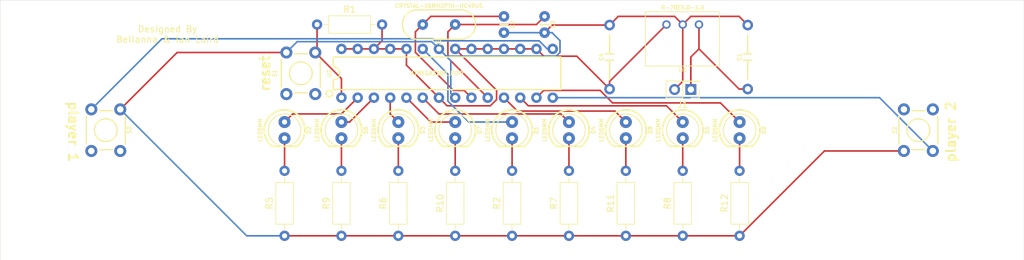
<source format=kicad_pcb>
(kicad_pcb (version 20171130) (host pcbnew 5.1.9-73d0e3b20d~88~ubuntu20.04.1)

  (general
    (thickness 1.6)
    (drawings 8)
    (tracks 126)
    (zones 0)
    (modules 30)
    (nets 27)
  )

  (page A4)
  (layers
    (0 F.Cu signal)
    (31 B.Cu signal)
    (32 B.Adhes user)
    (33 F.Adhes user)
    (34 B.Paste user)
    (35 F.Paste user)
    (36 B.SilkS user)
    (37 F.SilkS user)
    (38 B.Mask user)
    (39 F.Mask user)
    (40 Dwgs.User user)
    (41 Cmts.User user)
    (42 Eco1.User user)
    (43 Eco2.User user)
    (44 Edge.Cuts user)
    (45 Margin user)
    (46 B.CrtYd user)
    (47 F.CrtYd user)
    (48 B.Fab user)
    (49 F.Fab user)
  )

  (setup
    (last_trace_width 0.25)
    (trace_clearance 0.2)
    (zone_clearance 0.508)
    (zone_45_only no)
    (trace_min 0.2)
    (via_size 0.8)
    (via_drill 0.4)
    (via_min_size 0.4)
    (via_min_drill 0.3)
    (uvia_size 0.3)
    (uvia_drill 0.1)
    (uvias_allowed no)
    (uvia_min_size 0.2)
    (uvia_min_drill 0.1)
    (edge_width 0.05)
    (segment_width 0.2)
    (pcb_text_width 0.3)
    (pcb_text_size 1.5 1.5)
    (mod_edge_width 0.12)
    (mod_text_size 1 1)
    (mod_text_width 0.15)
    (pad_size 1.524 1.524)
    (pad_drill 0.762)
    (pad_to_mask_clearance 0)
    (aux_axis_origin 0 0)
    (visible_elements FFFFFF7F)
    (pcbplotparams
      (layerselection 0x010fc_ffffffff)
      (usegerberextensions false)
      (usegerberattributes true)
      (usegerberadvancedattributes true)
      (creategerberjobfile true)
      (excludeedgelayer false)
      (linewidth 0.100000)
      (plotframeref false)
      (viasonmask false)
      (mode 1)
      (useauxorigin false)
      (hpglpennumber 1)
      (hpglpenspeed 20)
      (hpglpendiameter 15.000000)
      (psnegative false)
      (psa4output false)
      (plotreference true)
      (plotvalue true)
      (plotinvisibletext false)
      (padsonsilk false)
      (subtractmaskfromsilk false)
      (outputformat 1)
      (mirror false)
      (drillshape 0)
      (scaleselection 1)
      (outputdirectory "gerber/"))
  )

  (net 0 "")
  (net 1 "Net-(C2-Pad1)")
  (net 2 "Net-(C3-Pad1)")
  (net 3 "Net-(D1-PadK)")
  (net 4 "Net-(D1-PadA)")
  (net 5 "Net-(D2-PadK)")
  (net 6 "Net-(D2-PadA)")
  (net 7 "Net-(D3-PadK)")
  (net 8 "Net-(D3-PadA)")
  (net 9 "Net-(D4-PadK)")
  (net 10 "Net-(D4-PadA)")
  (net 11 "Net-(D5-PadK)")
  (net 12 "Net-(D5-PadA)")
  (net 13 "Net-(D6-PadK)")
  (net 14 "Net-(D6-PadA)")
  (net 15 "Net-(D7-PadK)")
  (net 16 "Net-(D7-PadA)")
  (net 17 "Net-(D8-PadK)")
  (net 18 "Net-(D8-PadA)")
  (net 19 "Net-(D9-PadK)")
  (net 20 "Net-(D9-PadA)")
  (net 21 "Net-(R1-Pad1)")
  (net 22 /GNDREF)
  (net 23 "Net-(C1-Pad1)")
  (net 24 /5v)
  (net 25 "Net-(S2-Pad3)")
  (net 26 "Net-(S3-Pad3)")

  (net_class Default "This is the default net class."
    (clearance 0.2)
    (trace_width 0.25)
    (via_dia 0.8)
    (via_drill 0.4)
    (uvia_dia 0.3)
    (uvia_drill 0.1)
    (add_net /5v)
    (add_net /GNDREF)
    (add_net "Net-(C1-Pad1)")
    (add_net "Net-(C2-Pad1)")
    (add_net "Net-(C3-Pad1)")
    (add_net "Net-(D1-PadA)")
    (add_net "Net-(D1-PadK)")
    (add_net "Net-(D2-PadA)")
    (add_net "Net-(D2-PadK)")
    (add_net "Net-(D3-PadA)")
    (add_net "Net-(D3-PadK)")
    (add_net "Net-(D4-PadA)")
    (add_net "Net-(D4-PadK)")
    (add_net "Net-(D5-PadA)")
    (add_net "Net-(D5-PadK)")
    (add_net "Net-(D6-PadA)")
    (add_net "Net-(D6-PadK)")
    (add_net "Net-(D7-PadA)")
    (add_net "Net-(D7-PadK)")
    (add_net "Net-(D8-PadA)")
    (add_net "Net-(D8-PadK)")
    (add_net "Net-(D9-PadA)")
    (add_net "Net-(D9-PadK)")
    (add_net "Net-(R1-Pad1)")
    (add_net "Net-(S2-Pad3)")
    (add_net "Net-(S3-Pad3)")
  )

  (module Switches:TACTILE_SWITCH_PTH_6.0MM (layer F.Cu) (tedit 200000) (tstamp 60487409)
    (at 119.38 93.98 270)
    (descr "MOMENTARY SWITCH (PUSHBUTTON) - SPST - PTH, 6.0MM SQUARE")
    (tags "MOMENTARY SWITCH (PUSHBUTTON) - SPST - PTH, 6.0MM SQUARE")
    (path /6031EDA1)
    (attr virtual)
    (fp_text reference S1 (at 0 4.064 90) (layer F.SilkS)
      (effects (font (size 0.6096 0.6096) (thickness 0.127)))
    )
    (fp_text value MOMENTARY-SWITCH-SPST-PTH-6.0MM (at 0 3.81 90) (layer F.SilkS) hide
      (effects (font (size 0.6096 0.6096) (thickness 0.127)))
    )
    (fp_circle (center 0 0) (end 0 -1.778) (layer F.SilkS) (width 0.2032))
    (fp_line (start -2.54 -0.508) (end -2.159 0.381) (layer Dwgs.User) (width 0.2032))
    (fp_line (start -2.54 0.508) (end -2.54 1.27) (layer Dwgs.User) (width 0.2032))
    (fp_line (start -2.54 -1.27) (end -2.54 -0.508) (layer Dwgs.User) (width 0.2032))
    (fp_line (start -3.048 -1.02616) (end -3.048 1.016) (layer F.SilkS) (width 0.2032))
    (fp_line (start 3.048 -0.99568) (end 3.048 1.016) (layer F.SilkS) (width 0.2032))
    (fp_line (start -2.159 3.048) (end 2.159 3.048) (layer F.SilkS) (width 0.2032))
    (fp_line (start 2.159 -3.048) (end -2.159 -3.048) (layer F.SilkS) (width 0.2032))
    (fp_line (start 2.54 -3.048) (end 2.159 -3.048) (layer Dwgs.User) (width 0.2032))
    (fp_line (start -2.54 -3.048) (end -2.159 -3.048) (layer Dwgs.User) (width 0.2032))
    (fp_line (start -2.54 3.048) (end -2.159 3.048) (layer Dwgs.User) (width 0.2032))
    (fp_line (start 2.54 3.048) (end 2.159 3.048) (layer Dwgs.User) (width 0.2032))
    (fp_line (start -3.048 2.54) (end -3.048 1.016) (layer Dwgs.User) (width 0.2032))
    (fp_line (start -2.54 3.048) (end -3.048 2.54) (layer Dwgs.User) (width 0.2032))
    (fp_line (start -3.048 -2.54) (end -3.048 -1.016) (layer Dwgs.User) (width 0.2032))
    (fp_line (start -2.54 -3.048) (end -3.048 -2.54) (layer Dwgs.User) (width 0.2032))
    (fp_line (start 3.048 2.54) (end 3.048 1.016) (layer Dwgs.User) (width 0.2032))
    (fp_line (start 2.54 3.048) (end 3.048 2.54) (layer Dwgs.User) (width 0.2032))
    (fp_line (start 3.048 -2.54) (end 2.54 -3.048) (layer Dwgs.User) (width 0.2032))
    (fp_line (start 3.048 -1.016) (end 3.048 -2.54) (layer Dwgs.User) (width 0.2032))
    (pad 1 thru_hole circle (at -3.2512 -2.2606 270) (size 1.8796 1.8796) (drill 1.016) (layers *.Cu *.Mask)
      (net 21 "Net-(R1-Pad1)") (solder_mask_margin 0.1016))
    (pad 2 thru_hole circle (at 3.2512 -2.2606 270) (size 1.8796 1.8796) (drill 1.016) (layers *.Cu *.Mask)
      (solder_mask_margin 0.1016))
    (pad 3 thru_hole circle (at -3.2512 2.2606 270) (size 1.8796 1.8796) (drill 1.016) (layers *.Cu *.Mask)
      (net 22 /GNDREF) (solder_mask_margin 0.1016))
    (pad 4 thru_hole circle (at 3.2512 2.2606 270) (size 1.8796 1.8796) (drill 1.016) (layers *.Cu *.Mask)
      (solder_mask_margin 0.1016))
  )

  (module Connector_PinHeader_2.54mm:PinHeader_2x01_P2.54mm_Vertical (layer F.Cu) (tedit 59FED5CC) (tstamp 60351A32)
    (at 180.34 96.52 180)
    (descr "Through hole straight pin header, 2x01, 2.54mm pitch, double rows")
    (tags "Through hole pin header THT 2x01 2.54mm double row")
    (path /603DC814)
    (fp_text reference J1 (at 1.27 -2.33) (layer F.SilkS)
      (effects (font (size 1 1) (thickness 0.15)))
    )
    (fp_text value Conn_02x01 (at 1.27 2.33) (layer F.Fab)
      (effects (font (size 1 1) (thickness 0.15)))
    )
    (fp_line (start 4.35 -1.8) (end -1.8 -1.8) (layer F.CrtYd) (width 0.05))
    (fp_line (start 4.35 1.8) (end 4.35 -1.8) (layer F.CrtYd) (width 0.05))
    (fp_line (start -1.8 1.8) (end 4.35 1.8) (layer F.CrtYd) (width 0.05))
    (fp_line (start -1.8 -1.8) (end -1.8 1.8) (layer F.CrtYd) (width 0.05))
    (fp_line (start -1.33 -1.33) (end 0 -1.33) (layer F.SilkS) (width 0.12))
    (fp_line (start -1.33 0) (end -1.33 -1.33) (layer F.SilkS) (width 0.12))
    (fp_line (start 1.27 -1.33) (end 3.87 -1.33) (layer F.SilkS) (width 0.12))
    (fp_line (start 1.27 1.27) (end 1.27 -1.33) (layer F.SilkS) (width 0.12))
    (fp_line (start -1.33 1.27) (end 1.27 1.27) (layer F.SilkS) (width 0.12))
    (fp_line (start 3.87 -1.33) (end 3.87 1.33) (layer F.SilkS) (width 0.12))
    (fp_line (start -1.33 1.27) (end -1.33 1.33) (layer F.SilkS) (width 0.12))
    (fp_line (start -1.33 1.33) (end 3.87 1.33) (layer F.SilkS) (width 0.12))
    (fp_line (start -1.27 0) (end 0 -1.27) (layer F.Fab) (width 0.1))
    (fp_line (start -1.27 1.27) (end -1.27 0) (layer F.Fab) (width 0.1))
    (fp_line (start 3.81 1.27) (end -1.27 1.27) (layer F.Fab) (width 0.1))
    (fp_line (start 3.81 -1.27) (end 3.81 1.27) (layer F.Fab) (width 0.1))
    (fp_line (start 0 -1.27) (end 3.81 -1.27) (layer F.Fab) (width 0.1))
    (fp_text user %R (at 1.27 0 90) (layer F.Fab)
      (effects (font (size 1 1) (thickness 0.15)))
    )
    (pad 2 thru_hole oval (at 2.54 0 180) (size 1.7 1.7) (drill 1) (layers *.Cu *.Mask)
      (net 22 /GNDREF))
    (pad 1 thru_hole rect (at 0 0 180) (size 1.7 1.7) (drill 1) (layers *.Cu *.Mask)
      (net 23 "Net-(C1-Pad1)"))
    (model ${KISYS3DMOD}/Connector_PinHeader_2.54mm.3dshapes/PinHeader_2x01_P2.54mm_Vertical.wrl
      (at (xyz 0 0 0))
      (scale (xyz 1 1 1))
      (rotate (xyz 0 0 0))
    )
  )

  (module Clocks:HC49US (layer F.Cu) (tedit 200000) (tstamp 60349085)
    (at 140.97 86.36 180)
    (descr "HC49/US 11.6X4.6MM PTH CRYSTAL")
    (tags "HC49/US 11.6X4.6MM PTH CRYSTAL")
    (path /6032E595)
    (attr virtual)
    (fp_text reference Y1 (at 0 -2.8448) (layer F.SilkS)
      (effects (font (size 0.6096 0.6096) (thickness 0.127)))
    )
    (fp_text value CRYSTAL-16MHZPTH-HC49US (at 0 2.921) (layer F.SilkS)
      (effects (font (size 0.6096 0.6096) (thickness 0.127)))
    )
    (fp_line (start -3.429 2.286) (end 3.429 2.286) (layer F.SilkS) (width 0.2032))
    (fp_line (start 3.429 -2.286) (end -3.429 -2.286) (layer F.SilkS) (width 0.2032))
    (fp_arc (start -3.429 0) (end -3.429 2.286) (angle 180) (layer F.SilkS) (width 0.2032))
    (fp_arc (start 3.429 0) (end 3.429 -2.286) (angle 180) (layer F.SilkS) (width 0.2032))
    (pad 2 thru_hole circle (at 2.54 0 180) (size 1.651 1.651) (drill 0.6985) (layers *.Cu *.Mask)
      (net 1 "Net-(C2-Pad1)") (solder_mask_margin 0.1016))
    (pad 1 thru_hole circle (at -2.54 0 180) (size 1.651 1.651) (drill 0.6985) (layers *.Cu *.Mask)
      (net 2 "Net-(C3-Pad1)") (solder_mask_margin 0.1016))
  )

  (module Silicon-Standard:DIP28 (layer F.Cu) (tedit 200000) (tstamp 6048729D)
    (at 142.24 93.98)
    (descr "STANDARD 28-PIN DIP PACKAGE.")
    (tags "STANDARD 28-PIN DIP PACKAGE.")
    (path /6031ECD3)
    (attr virtual)
    (fp_text reference U2 (at -18.415 0 90) (layer F.SilkS)
      (effects (font (size 0.6096 0.6096) (thickness 0.127)))
    )
    (fp_text value ATMEGA328P_PDIP (at -1.524 0) (layer F.SilkS)
      (effects (font (size 0.6096 0.6096) (thickness 0.127)))
    )
    (fp_line (start 17.78 -2.54) (end -17.78 -2.54) (layer F.SilkS) (width 0.2032))
    (fp_line (start -17.78 2.54) (end 17.78 2.54) (layer F.SilkS) (width 0.2032))
    (fp_line (start 17.78 -2.54) (end 17.78 2.54) (layer F.SilkS) (width 0.2032))
    (fp_line (start -17.78 -2.54) (end -17.78 -1.016) (layer F.SilkS) (width 0.2032))
    (fp_line (start -17.78 2.54) (end -17.78 1.016) (layer F.SilkS) (width 0.2032))
    (fp_circle (center -18.415 3.175) (end -18.415 2.667) (layer F.SilkS) (width 0.254))
    (fp_arc (start -17.78 0) (end -17.78 -1.016) (angle 180) (layer F.SilkS) (width 0.2032))
    (pad 28 thru_hole circle (at -16.51 -3.81) (size 1.6256 1.6256) (drill 0.8128) (layers *.Cu *.Mask)
      (net 24 /5v) (solder_mask_margin 0.1016))
    (pad 27 thru_hole circle (at -13.97 -3.81) (size 1.6256 1.6256) (drill 0.8128) (layers *.Cu *.Mask)
      (net 24 /5v) (solder_mask_margin 0.1016))
    (pad 26 thru_hole circle (at -11.43 -3.81) (size 1.6256 1.6256) (drill 0.8128) (layers *.Cu *.Mask)
      (net 24 /5v) (solder_mask_margin 0.1016))
    (pad 25 thru_hole circle (at -8.89 -3.81) (size 1.6256 1.6256) (drill 0.8128) (layers *.Cu *.Mask)
      (net 24 /5v) (solder_mask_margin 0.1016))
    (pad 24 thru_hole circle (at -6.35 -3.81) (size 1.6256 1.6256) (drill 0.8128) (layers *.Cu *.Mask)
      (net 24 /5v) (solder_mask_margin 0.1016))
    (pad 23 thru_hole circle (at -3.81 -3.81) (size 1.6256 1.6256) (drill 0.8128) (layers *.Cu *.Mask)
      (net 4 "Net-(D1-PadA)") (solder_mask_margin 0.1016))
    (pad 22 thru_hole circle (at -1.27 -3.81) (size 1.6256 1.6256) (drill 0.8128) (layers *.Cu *.Mask)
      (net 22 /GNDREF) (solder_mask_margin 0.1016))
    (pad 21 thru_hole circle (at 1.27 -3.81) (size 1.6256 1.6256) (drill 0.8128) (layers *.Cu *.Mask)
      (net 24 /5v) (solder_mask_margin 0.1016))
    (pad 20 thru_hole circle (at 3.81 -3.81) (size 1.6256 1.6256) (drill 0.8128) (layers *.Cu *.Mask)
      (net 24 /5v) (solder_mask_margin 0.1016))
    (pad 19 thru_hole circle (at 6.35 -3.81) (size 1.6256 1.6256) (drill 0.8128) (layers *.Cu *.Mask)
      (net 24 /5v) (solder_mask_margin 0.1016))
    (pad 18 thru_hole circle (at 8.89 -3.81) (size 1.6256 1.6256) (drill 0.8128) (layers *.Cu *.Mask)
      (net 24 /5v) (solder_mask_margin 0.1016))
    (pad 17 thru_hole circle (at 11.43 -3.81) (size 1.6256 1.6256) (drill 0.8128) (layers *.Cu *.Mask)
      (net 24 /5v) (solder_mask_margin 0.1016))
    (pad 16 thru_hole circle (at 13.97 -3.81) (size 1.6256 1.6256) (drill 0.8128) (layers *.Cu *.Mask)
      (net 24 /5v) (solder_mask_margin 0.1016))
    (pad 15 thru_hole circle (at 16.51 -3.81) (size 1.6256 1.6256) (drill 0.8128) (layers *.Cu *.Mask)
      (net 26 "Net-(S3-Pad3)") (solder_mask_margin 0.1016))
    (pad 14 thru_hole circle (at 16.51 3.81) (size 1.6256 1.6256) (drill 0.8128) (layers *.Cu *.Mask)
      (net 25 "Net-(S2-Pad3)") (solder_mask_margin 0.1016))
    (pad 13 thru_hole circle (at 13.97 3.81) (size 1.6256 1.6256) (drill 0.8128) (layers *.Cu *.Mask)
      (net 20 "Net-(D9-PadA)") (solder_mask_margin 0.1016))
    (pad 12 thru_hole circle (at 11.43 3.81) (size 1.6256 1.6256) (drill 0.8128) (layers *.Cu *.Mask)
      (net 12 "Net-(D5-PadA)") (solder_mask_margin 0.1016))
    (pad 11 thru_hole circle (at 8.89 3.81) (size 1.6256 1.6256) (drill 0.8128) (layers *.Cu *.Mask)
      (net 18 "Net-(D8-PadA)") (solder_mask_margin 0.1016))
    (pad 10 thru_hole circle (at 6.35 3.81) (size 1.6256 1.6256) (drill 0.8128) (layers *.Cu *.Mask)
      (net 2 "Net-(C3-Pad1)") (solder_mask_margin 0.1016))
    (pad 9 thru_hole circle (at 3.81 3.81) (size 1.6256 1.6256) (drill 0.8128) (layers *.Cu *.Mask)
      (net 1 "Net-(C2-Pad1)") (solder_mask_margin 0.1016))
    (pad 8 thru_hole circle (at 1.27 3.81) (size 1.6256 1.6256) (drill 0.8128) (layers *.Cu *.Mask)
      (net 22 /GNDREF) (solder_mask_margin 0.1016))
    (pad 7 thru_hole circle (at -1.27 3.81) (size 1.6256 1.6256) (drill 0.8128) (layers *.Cu *.Mask)
      (net 24 /5v) (solder_mask_margin 0.1016))
    (pad 6 thru_hole circle (at -3.81 3.81) (size 1.6256 1.6256) (drill 0.8128) (layers *.Cu *.Mask)
      (net 10 "Net-(D4-PadA)") (solder_mask_margin 0.1016))
    (pad 5 thru_hole circle (at -6.35 3.81) (size 1.6256 1.6256) (drill 0.8128) (layers *.Cu *.Mask)
      (net 16 "Net-(D7-PadA)") (solder_mask_margin 0.1016))
    (pad 4 thru_hole circle (at -8.89 3.81) (size 1.6256 1.6256) (drill 0.8128) (layers *.Cu *.Mask)
      (net 8 "Net-(D3-PadA)") (solder_mask_margin 0.1016))
    (pad 3 thru_hole circle (at -11.43 3.81) (size 1.6256 1.6256) (drill 0.8128) (layers *.Cu *.Mask)
      (net 14 "Net-(D6-PadA)") (solder_mask_margin 0.1016))
    (pad 2 thru_hole circle (at -13.97 3.81) (size 1.6256 1.6256) (drill 0.8128) (layers *.Cu *.Mask)
      (net 6 "Net-(D2-PadA)") (solder_mask_margin 0.1016))
    (pad 1 thru_hole circle (at -16.51 3.81) (size 1.6256 1.6256) (drill 0.8128) (layers *.Cu *.Mask)
      (net 21 "Net-(R1-Pad1)") (solder_mask_margin 0.1016))
  )

  (module Silicon-Custom:DC-DC_CONVERTER_78XX (layer F.Cu) (tedit 5963A541) (tstamp 60349054)
    (at 179.07 86.36 180)
    (path /6034FE7E)
    (attr virtual)
    (fp_text reference U1 (at 0 -7.112) (layer F.SilkS)
      (effects (font (size 0.6096 0.6096) (thickness 0.127)))
    )
    (fp_text value R-78E5.0-1.0 (at 0 2.667) (layer F.SilkS)
      (effects (font (size 0.6096 0.6096) (thickness 0.127)))
    )
    (fp_line (start -2.89052 0.12446) (end -2.18948 0.12446) (layer Dwgs.User) (width 0.06604))
    (fp_line (start -2.18948 0.12446) (end -2.18948 -0.12192) (layer Dwgs.User) (width 0.06604))
    (fp_line (start -2.89052 -0.12192) (end -2.18948 -0.12192) (layer Dwgs.User) (width 0.06604))
    (fp_line (start -2.89052 0.12446) (end -2.89052 -0.12192) (layer Dwgs.User) (width 0.06604))
    (fp_line (start -0.35052 0.12446) (end 0.34798 0.12446) (layer Dwgs.User) (width 0.06604))
    (fp_line (start 0.34798 0.12446) (end 0.34798 -0.12192) (layer Dwgs.User) (width 0.06604))
    (fp_line (start -0.35052 -0.12192) (end 0.34798 -0.12192) (layer Dwgs.User) (width 0.06604))
    (fp_line (start -0.35052 0.12446) (end -0.35052 -0.12192) (layer Dwgs.User) (width 0.06604))
    (fp_line (start 2.18694 0.12446) (end 2.88798 0.12446) (layer Dwgs.User) (width 0.06604))
    (fp_line (start 2.88798 0.12446) (end 2.88798 -0.12192) (layer Dwgs.User) (width 0.06604))
    (fp_line (start 2.18694 -0.12192) (end 2.88798 -0.12192) (layer Dwgs.User) (width 0.06604))
    (fp_line (start 2.18694 0.12446) (end 2.18694 -0.12192) (layer Dwgs.User) (width 0.06604))
    (fp_line (start 5.84708 -6.49732) (end -5.74802 -6.49732) (layer F.SilkS) (width 0.127))
    (fp_line (start -5.74802 -6.49732) (end -5.74802 1.99898) (layer F.SilkS) (width 0.127))
    (fp_line (start -5.74802 1.99898) (end 5.84708 1.99898) (layer F.SilkS) (width 0.127))
    (fp_line (start 5.84708 1.99898) (end 5.84708 -6.49732) (layer F.SilkS) (width 0.127))
    (pad VOUT thru_hole circle (at 2.54 0 180) (size 1.30556 1.30556) (drill 0.79756) (layers *.Cu *.Mask)
      (net 24 /5v) (solder_mask_margin 0.1016))
    (pad VIN thru_hole circle (at -2.54 0 180) (size 1.30556 1.30556) (drill 0.79756) (layers *.Cu *.Mask)
      (net 23 "Net-(C1-Pad1)") (solder_mask_margin 0.1016))
    (pad GND thru_hole circle (at 0 0 180) (size 1.30556 1.30556) (drill 0.79756) (layers *.Cu *.Mask)
      (net 22 /GNDREF) (solder_mask_margin 0.1016))
  )

  (module Switches:TACTILE_SWITCH_PTH_6.0MM (layer F.Cu) (tedit 200000) (tstamp 6034903D)
    (at 88.9 102.87 270)
    (descr "MOMENTARY SWITCH (PUSHBUTTON) - SPST - PTH, 6.0MM SQUARE")
    (tags "MOMENTARY SWITCH (PUSHBUTTON) - SPST - PTH, 6.0MM SQUARE")
    (path /603AF428)
    (attr virtual)
    (fp_text reference S3 (at 0 -3.683 90) (layer F.SilkS)
      (effects (font (size 0.6096 0.6096) (thickness 0.127)))
    )
    (fp_text value MOMENTARY-SWITCH-SPST-PTH-6.0MM (at 0 3.81 90) (layer F.SilkS) hide
      (effects (font (size 0.6096 0.6096) (thickness 0.127)))
    )
    (fp_line (start 3.048 -1.016) (end 3.048 -2.54) (layer Dwgs.User) (width 0.2032))
    (fp_line (start 3.048 -2.54) (end 2.54 -3.048) (layer Dwgs.User) (width 0.2032))
    (fp_line (start 2.54 3.048) (end 3.048 2.54) (layer Dwgs.User) (width 0.2032))
    (fp_line (start 3.048 2.54) (end 3.048 1.016) (layer Dwgs.User) (width 0.2032))
    (fp_line (start -2.54 -3.048) (end -3.048 -2.54) (layer Dwgs.User) (width 0.2032))
    (fp_line (start -3.048 -2.54) (end -3.048 -1.016) (layer Dwgs.User) (width 0.2032))
    (fp_line (start -2.54 3.048) (end -3.048 2.54) (layer Dwgs.User) (width 0.2032))
    (fp_line (start -3.048 2.54) (end -3.048 1.016) (layer Dwgs.User) (width 0.2032))
    (fp_line (start 2.54 3.048) (end 2.159 3.048) (layer Dwgs.User) (width 0.2032))
    (fp_line (start -2.54 3.048) (end -2.159 3.048) (layer Dwgs.User) (width 0.2032))
    (fp_line (start -2.54 -3.048) (end -2.159 -3.048) (layer Dwgs.User) (width 0.2032))
    (fp_line (start 2.54 -3.048) (end 2.159 -3.048) (layer Dwgs.User) (width 0.2032))
    (fp_line (start 2.159 -3.048) (end -2.159 -3.048) (layer F.SilkS) (width 0.2032))
    (fp_line (start -2.159 3.048) (end 2.159 3.048) (layer F.SilkS) (width 0.2032))
    (fp_line (start 3.048 -0.99568) (end 3.048 1.016) (layer F.SilkS) (width 0.2032))
    (fp_line (start -3.048 -1.02616) (end -3.048 1.016) (layer F.SilkS) (width 0.2032))
    (fp_line (start -2.54 -1.27) (end -2.54 -0.508) (layer Dwgs.User) (width 0.2032))
    (fp_line (start -2.54 0.508) (end -2.54 1.27) (layer Dwgs.User) (width 0.2032))
    (fp_line (start -2.54 -0.508) (end -2.159 0.381) (layer Dwgs.User) (width 0.2032))
    (fp_circle (center 0 0) (end 0 -1.778) (layer F.SilkS) (width 0.2032))
    (pad 4 thru_hole circle (at 3.2512 2.2606 270) (size 1.8796 1.8796) (drill 1.016) (layers *.Cu *.Mask)
      (solder_mask_margin 0.1016))
    (pad 3 thru_hole circle (at -3.2512 2.2606 270) (size 1.8796 1.8796) (drill 1.016) (layers *.Cu *.Mask)
      (net 26 "Net-(S3-Pad3)") (solder_mask_margin 0.1016))
    (pad 2 thru_hole circle (at 3.2512 -2.2606 270) (size 1.8796 1.8796) (drill 1.016) (layers *.Cu *.Mask)
      (solder_mask_margin 0.1016))
    (pad 1 thru_hole circle (at -3.2512 -2.2606 270) (size 1.8796 1.8796) (drill 1.016) (layers *.Cu *.Mask)
      (net 22 /GNDREF) (solder_mask_margin 0.1016))
  )

  (module Switches:TACTILE_SWITCH_PTH_6.0MM (layer F.Cu) (tedit 200000) (tstamp 60349021)
    (at 215.9 102.87 90)
    (descr "MOMENTARY SWITCH (PUSHBUTTON) - SPST - PTH, 6.0MM SQUARE")
    (tags "MOMENTARY SWITCH (PUSHBUTTON) - SPST - PTH, 6.0MM SQUARE")
    (path /603A51EF)
    (attr virtual)
    (fp_text reference S2 (at 0 -3.683 90) (layer F.SilkS)
      (effects (font (size 0.6096 0.6096) (thickness 0.127)))
    )
    (fp_text value MOMENTARY-SWITCH-SPST-PTH-6.0MM (at 0 3.81 90) (layer F.SilkS) hide
      (effects (font (size 0.6096 0.6096) (thickness 0.127)))
    )
    (fp_line (start 3.048 -1.016) (end 3.048 -2.54) (layer Dwgs.User) (width 0.2032))
    (fp_line (start 3.048 -2.54) (end 2.54 -3.048) (layer Dwgs.User) (width 0.2032))
    (fp_line (start 2.54 3.048) (end 3.048 2.54) (layer Dwgs.User) (width 0.2032))
    (fp_line (start 3.048 2.54) (end 3.048 1.016) (layer Dwgs.User) (width 0.2032))
    (fp_line (start -2.54 -3.048) (end -3.048 -2.54) (layer Dwgs.User) (width 0.2032))
    (fp_line (start -3.048 -2.54) (end -3.048 -1.016) (layer Dwgs.User) (width 0.2032))
    (fp_line (start -2.54 3.048) (end -3.048 2.54) (layer Dwgs.User) (width 0.2032))
    (fp_line (start -3.048 2.54) (end -3.048 1.016) (layer Dwgs.User) (width 0.2032))
    (fp_line (start 2.54 3.048) (end 2.159 3.048) (layer Dwgs.User) (width 0.2032))
    (fp_line (start -2.54 3.048) (end -2.159 3.048) (layer Dwgs.User) (width 0.2032))
    (fp_line (start -2.54 -3.048) (end -2.159 -3.048) (layer Dwgs.User) (width 0.2032))
    (fp_line (start 2.54 -3.048) (end 2.159 -3.048) (layer Dwgs.User) (width 0.2032))
    (fp_line (start 2.159 -3.048) (end -2.159 -3.048) (layer F.SilkS) (width 0.2032))
    (fp_line (start -2.159 3.048) (end 2.159 3.048) (layer F.SilkS) (width 0.2032))
    (fp_line (start 3.048 -0.99568) (end 3.048 1.016) (layer F.SilkS) (width 0.2032))
    (fp_line (start -3.048 -1.02616) (end -3.048 1.016) (layer F.SilkS) (width 0.2032))
    (fp_line (start -2.54 -1.27) (end -2.54 -0.508) (layer Dwgs.User) (width 0.2032))
    (fp_line (start -2.54 0.508) (end -2.54 1.27) (layer Dwgs.User) (width 0.2032))
    (fp_line (start -2.54 -0.508) (end -2.159 0.381) (layer Dwgs.User) (width 0.2032))
    (fp_circle (center 0 0) (end 0 -1.778) (layer F.SilkS) (width 0.2032))
    (pad 4 thru_hole circle (at 3.2512 2.2606 90) (size 1.8796 1.8796) (drill 1.016) (layers *.Cu *.Mask)
      (solder_mask_margin 0.1016))
    (pad 3 thru_hole circle (at -3.2512 2.2606 90) (size 1.8796 1.8796) (drill 1.016) (layers *.Cu *.Mask)
      (net 25 "Net-(S2-Pad3)") (solder_mask_margin 0.1016))
    (pad 2 thru_hole circle (at 3.2512 -2.2606 90) (size 1.8796 1.8796) (drill 1.016) (layers *.Cu *.Mask)
      (solder_mask_margin 0.1016))
    (pad 1 thru_hole circle (at -3.2512 -2.2606 90) (size 1.8796 1.8796) (drill 1.016) (layers *.Cu *.Mask)
      (net 22 /GNDREF) (solder_mask_margin 0.1016))
  )

  (module Resistor_THT:R_Axial_DIN0207_L6.3mm_D2.5mm_P10.16mm_Horizontal (layer F.Cu) (tedit 5AE5139B) (tstamp 60348FE9)
    (at 187.96 119.38 90)
    (descr "Resistor, Axial_DIN0207 series, Axial, Horizontal, pin pitch=10.16mm, 0.25W = 1/4W, length*diameter=6.3*2.5mm^2, http://cdn-reichelt.de/documents/datenblatt/B400/1_4W%23YAG.pdf")
    (tags "Resistor Axial_DIN0207 series Axial Horizontal pin pitch 10.16mm 0.25W = 1/4W length 6.3mm diameter 2.5mm")
    (path /604268BC)
    (fp_text reference R12 (at 5.08 -2.37 90) (layer F.SilkS)
      (effects (font (size 1 1) (thickness 0.15)))
    )
    (fp_text value 270 (at 5.08 2.37 90) (layer F.Fab)
      (effects (font (size 1 1) (thickness 0.15)))
    )
    (fp_line (start 1.93 -1.25) (end 1.93 1.25) (layer F.Fab) (width 0.1))
    (fp_line (start 1.93 1.25) (end 8.23 1.25) (layer F.Fab) (width 0.1))
    (fp_line (start 8.23 1.25) (end 8.23 -1.25) (layer F.Fab) (width 0.1))
    (fp_line (start 8.23 -1.25) (end 1.93 -1.25) (layer F.Fab) (width 0.1))
    (fp_line (start 0 0) (end 1.93 0) (layer F.Fab) (width 0.1))
    (fp_line (start 10.16 0) (end 8.23 0) (layer F.Fab) (width 0.1))
    (fp_line (start 1.81 -1.37) (end 1.81 1.37) (layer F.SilkS) (width 0.12))
    (fp_line (start 1.81 1.37) (end 8.35 1.37) (layer F.SilkS) (width 0.12))
    (fp_line (start 8.35 1.37) (end 8.35 -1.37) (layer F.SilkS) (width 0.12))
    (fp_line (start 8.35 -1.37) (end 1.81 -1.37) (layer F.SilkS) (width 0.12))
    (fp_line (start 1.04 0) (end 1.81 0) (layer F.SilkS) (width 0.12))
    (fp_line (start 9.12 0) (end 8.35 0) (layer F.SilkS) (width 0.12))
    (fp_line (start -1.05 -1.5) (end -1.05 1.5) (layer F.CrtYd) (width 0.05))
    (fp_line (start -1.05 1.5) (end 11.21 1.5) (layer F.CrtYd) (width 0.05))
    (fp_line (start 11.21 1.5) (end 11.21 -1.5) (layer F.CrtYd) (width 0.05))
    (fp_line (start 11.21 -1.5) (end -1.05 -1.5) (layer F.CrtYd) (width 0.05))
    (fp_text user %R (at 5.08 0 90) (layer F.Fab)
      (effects (font (size 1 1) (thickness 0.15)))
    )
    (pad 2 thru_hole oval (at 10.16 0 90) (size 1.6 1.6) (drill 0.8) (layers *.Cu *.Mask)
      (net 19 "Net-(D9-PadK)"))
    (pad 1 thru_hole circle (at 0 0 90) (size 1.6 1.6) (drill 0.8) (layers *.Cu *.Mask)
      (net 22 /GNDREF))
    (model ${KISYS3DMOD}/Resistor_THT.3dshapes/R_Axial_DIN0207_L6.3mm_D2.5mm_P10.16mm_Horizontal.wrl
      (at (xyz 0 0 0))
      (scale (xyz 1 1 1))
      (rotate (xyz 0 0 0))
    )
  )

  (module Resistor_THT:R_Axial_DIN0207_L6.3mm_D2.5mm_P10.16mm_Horizontal (layer F.Cu) (tedit 5AE5139B) (tstamp 60348FD2)
    (at 170.18 119.38 90)
    (descr "Resistor, Axial_DIN0207 series, Axial, Horizontal, pin pitch=10.16mm, 0.25W = 1/4W, length*diameter=6.3*2.5mm^2, http://cdn-reichelt.de/documents/datenblatt/B400/1_4W%23YAG.pdf")
    (tags "Resistor Axial_DIN0207 series Axial Horizontal pin pitch 10.16mm 0.25W = 1/4W length 6.3mm diameter 2.5mm")
    (path /604258F9)
    (fp_text reference R11 (at 5.08 -2.37 90) (layer F.SilkS)
      (effects (font (size 1 1) (thickness 0.15)))
    )
    (fp_text value 270 (at 5.08 2.37 90) (layer F.Fab)
      (effects (font (size 1 1) (thickness 0.15)))
    )
    (fp_line (start 1.93 -1.25) (end 1.93 1.25) (layer F.Fab) (width 0.1))
    (fp_line (start 1.93 1.25) (end 8.23 1.25) (layer F.Fab) (width 0.1))
    (fp_line (start 8.23 1.25) (end 8.23 -1.25) (layer F.Fab) (width 0.1))
    (fp_line (start 8.23 -1.25) (end 1.93 -1.25) (layer F.Fab) (width 0.1))
    (fp_line (start 0 0) (end 1.93 0) (layer F.Fab) (width 0.1))
    (fp_line (start 10.16 0) (end 8.23 0) (layer F.Fab) (width 0.1))
    (fp_line (start 1.81 -1.37) (end 1.81 1.37) (layer F.SilkS) (width 0.12))
    (fp_line (start 1.81 1.37) (end 8.35 1.37) (layer F.SilkS) (width 0.12))
    (fp_line (start 8.35 1.37) (end 8.35 -1.37) (layer F.SilkS) (width 0.12))
    (fp_line (start 8.35 -1.37) (end 1.81 -1.37) (layer F.SilkS) (width 0.12))
    (fp_line (start 1.04 0) (end 1.81 0) (layer F.SilkS) (width 0.12))
    (fp_line (start 9.12 0) (end 8.35 0) (layer F.SilkS) (width 0.12))
    (fp_line (start -1.05 -1.5) (end -1.05 1.5) (layer F.CrtYd) (width 0.05))
    (fp_line (start -1.05 1.5) (end 11.21 1.5) (layer F.CrtYd) (width 0.05))
    (fp_line (start 11.21 1.5) (end 11.21 -1.5) (layer F.CrtYd) (width 0.05))
    (fp_line (start 11.21 -1.5) (end -1.05 -1.5) (layer F.CrtYd) (width 0.05))
    (fp_text user %R (at 5.08 0 90) (layer F.Fab)
      (effects (font (size 1 1) (thickness 0.15)))
    )
    (pad 2 thru_hole oval (at 10.16 0 90) (size 1.6 1.6) (drill 0.8) (layers *.Cu *.Mask)
      (net 17 "Net-(D8-PadK)"))
    (pad 1 thru_hole circle (at 0 0 90) (size 1.6 1.6) (drill 0.8) (layers *.Cu *.Mask)
      (net 22 /GNDREF))
    (model ${KISYS3DMOD}/Resistor_THT.3dshapes/R_Axial_DIN0207_L6.3mm_D2.5mm_P10.16mm_Horizontal.wrl
      (at (xyz 0 0 0))
      (scale (xyz 1 1 1))
      (rotate (xyz 0 0 0))
    )
  )

  (module Resistor_THT:R_Axial_DIN0207_L6.3mm_D2.5mm_P10.16mm_Horizontal (layer F.Cu) (tedit 5AE5139B) (tstamp 60348FBB)
    (at 143.51 119.38 90)
    (descr "Resistor, Axial_DIN0207 series, Axial, Horizontal, pin pitch=10.16mm, 0.25W = 1/4W, length*diameter=6.3*2.5mm^2, http://cdn-reichelt.de/documents/datenblatt/B400/1_4W%23YAG.pdf")
    (tags "Resistor Axial_DIN0207 series Axial Horizontal pin pitch 10.16mm 0.25W = 1/4W length 6.3mm diameter 2.5mm")
    (path /6042499D)
    (fp_text reference R10 (at 5.08 -2.37 90) (layer F.SilkS)
      (effects (font (size 1 1) (thickness 0.15)))
    )
    (fp_text value 270 (at 5.08 2.37 90) (layer F.Fab)
      (effects (font (size 1 1) (thickness 0.15)))
    )
    (fp_line (start 1.93 -1.25) (end 1.93 1.25) (layer F.Fab) (width 0.1))
    (fp_line (start 1.93 1.25) (end 8.23 1.25) (layer F.Fab) (width 0.1))
    (fp_line (start 8.23 1.25) (end 8.23 -1.25) (layer F.Fab) (width 0.1))
    (fp_line (start 8.23 -1.25) (end 1.93 -1.25) (layer F.Fab) (width 0.1))
    (fp_line (start 0 0) (end 1.93 0) (layer F.Fab) (width 0.1))
    (fp_line (start 10.16 0) (end 8.23 0) (layer F.Fab) (width 0.1))
    (fp_line (start 1.81 -1.37) (end 1.81 1.37) (layer F.SilkS) (width 0.12))
    (fp_line (start 1.81 1.37) (end 8.35 1.37) (layer F.SilkS) (width 0.12))
    (fp_line (start 8.35 1.37) (end 8.35 -1.37) (layer F.SilkS) (width 0.12))
    (fp_line (start 8.35 -1.37) (end 1.81 -1.37) (layer F.SilkS) (width 0.12))
    (fp_line (start 1.04 0) (end 1.81 0) (layer F.SilkS) (width 0.12))
    (fp_line (start 9.12 0) (end 8.35 0) (layer F.SilkS) (width 0.12))
    (fp_line (start -1.05 -1.5) (end -1.05 1.5) (layer F.CrtYd) (width 0.05))
    (fp_line (start -1.05 1.5) (end 11.21 1.5) (layer F.CrtYd) (width 0.05))
    (fp_line (start 11.21 1.5) (end 11.21 -1.5) (layer F.CrtYd) (width 0.05))
    (fp_line (start 11.21 -1.5) (end -1.05 -1.5) (layer F.CrtYd) (width 0.05))
    (fp_text user %R (at 5.08 0 90) (layer F.Fab)
      (effects (font (size 1 1) (thickness 0.15)))
    )
    (pad 2 thru_hole oval (at 10.16 0 90) (size 1.6 1.6) (drill 0.8) (layers *.Cu *.Mask)
      (net 15 "Net-(D7-PadK)"))
    (pad 1 thru_hole circle (at 0 0 90) (size 1.6 1.6) (drill 0.8) (layers *.Cu *.Mask)
      (net 22 /GNDREF))
    (model ${KISYS3DMOD}/Resistor_THT.3dshapes/R_Axial_DIN0207_L6.3mm_D2.5mm_P10.16mm_Horizontal.wrl
      (at (xyz 0 0 0))
      (scale (xyz 1 1 1))
      (rotate (xyz 0 0 0))
    )
  )

  (module Resistor_THT:R_Axial_DIN0207_L6.3mm_D2.5mm_P10.16mm_Horizontal (layer F.Cu) (tedit 5AE5139B) (tstamp 60348FA4)
    (at 125.73 119.38 90)
    (descr "Resistor, Axial_DIN0207 series, Axial, Horizontal, pin pitch=10.16mm, 0.25W = 1/4W, length*diameter=6.3*2.5mm^2, http://cdn-reichelt.de/documents/datenblatt/B400/1_4W%23YAG.pdf")
    (tags "Resistor Axial_DIN0207 series Axial Horizontal pin pitch 10.16mm 0.25W = 1/4W length 6.3mm diameter 2.5mm")
    (path /604237A0)
    (fp_text reference R9 (at 5.08 -2.37 90) (layer F.SilkS)
      (effects (font (size 1 1) (thickness 0.15)))
    )
    (fp_text value 270 (at 5.08 2.37 90) (layer F.Fab)
      (effects (font (size 1 1) (thickness 0.15)))
    )
    (fp_line (start 1.93 -1.25) (end 1.93 1.25) (layer F.Fab) (width 0.1))
    (fp_line (start 1.93 1.25) (end 8.23 1.25) (layer F.Fab) (width 0.1))
    (fp_line (start 8.23 1.25) (end 8.23 -1.25) (layer F.Fab) (width 0.1))
    (fp_line (start 8.23 -1.25) (end 1.93 -1.25) (layer F.Fab) (width 0.1))
    (fp_line (start 0 0) (end 1.93 0) (layer F.Fab) (width 0.1))
    (fp_line (start 10.16 0) (end 8.23 0) (layer F.Fab) (width 0.1))
    (fp_line (start 1.81 -1.37) (end 1.81 1.37) (layer F.SilkS) (width 0.12))
    (fp_line (start 1.81 1.37) (end 8.35 1.37) (layer F.SilkS) (width 0.12))
    (fp_line (start 8.35 1.37) (end 8.35 -1.37) (layer F.SilkS) (width 0.12))
    (fp_line (start 8.35 -1.37) (end 1.81 -1.37) (layer F.SilkS) (width 0.12))
    (fp_line (start 1.04 0) (end 1.81 0) (layer F.SilkS) (width 0.12))
    (fp_line (start 9.12 0) (end 8.35 0) (layer F.SilkS) (width 0.12))
    (fp_line (start -1.05 -1.5) (end -1.05 1.5) (layer F.CrtYd) (width 0.05))
    (fp_line (start -1.05 1.5) (end 11.21 1.5) (layer F.CrtYd) (width 0.05))
    (fp_line (start 11.21 1.5) (end 11.21 -1.5) (layer F.CrtYd) (width 0.05))
    (fp_line (start 11.21 -1.5) (end -1.05 -1.5) (layer F.CrtYd) (width 0.05))
    (fp_text user %R (at 5.08 0 90) (layer F.Fab)
      (effects (font (size 1 1) (thickness 0.15)))
    )
    (pad 2 thru_hole oval (at 10.16 0 90) (size 1.6 1.6) (drill 0.8) (layers *.Cu *.Mask)
      (net 13 "Net-(D6-PadK)"))
    (pad 1 thru_hole circle (at 0 0 90) (size 1.6 1.6) (drill 0.8) (layers *.Cu *.Mask)
      (net 22 /GNDREF))
    (model ${KISYS3DMOD}/Resistor_THT.3dshapes/R_Axial_DIN0207_L6.3mm_D2.5mm_P10.16mm_Horizontal.wrl
      (at (xyz 0 0 0))
      (scale (xyz 1 1 1))
      (rotate (xyz 0 0 0))
    )
  )

  (module Resistor_THT:R_Axial_DIN0207_L6.3mm_D2.5mm_P10.16mm_Horizontal (layer F.Cu) (tedit 5AE5139B) (tstamp 60348F8D)
    (at 179.07 119.38 90)
    (descr "Resistor, Axial_DIN0207 series, Axial, Horizontal, pin pitch=10.16mm, 0.25W = 1/4W, length*diameter=6.3*2.5mm^2, http://cdn-reichelt.de/documents/datenblatt/B400/1_4W%23YAG.pdf")
    (tags "Resistor Axial_DIN0207 series Axial Horizontal pin pitch 10.16mm 0.25W = 1/4W length 6.3mm diameter 2.5mm")
    (path /604224CE)
    (fp_text reference R8 (at 5.08 -2.37 90) (layer F.SilkS)
      (effects (font (size 1 1) (thickness 0.15)))
    )
    (fp_text value 270 (at 5.08 2.37 90) (layer F.Fab)
      (effects (font (size 1 1) (thickness 0.15)))
    )
    (fp_line (start 1.93 -1.25) (end 1.93 1.25) (layer F.Fab) (width 0.1))
    (fp_line (start 1.93 1.25) (end 8.23 1.25) (layer F.Fab) (width 0.1))
    (fp_line (start 8.23 1.25) (end 8.23 -1.25) (layer F.Fab) (width 0.1))
    (fp_line (start 8.23 -1.25) (end 1.93 -1.25) (layer F.Fab) (width 0.1))
    (fp_line (start 0 0) (end 1.93 0) (layer F.Fab) (width 0.1))
    (fp_line (start 10.16 0) (end 8.23 0) (layer F.Fab) (width 0.1))
    (fp_line (start 1.81 -1.37) (end 1.81 1.37) (layer F.SilkS) (width 0.12))
    (fp_line (start 1.81 1.37) (end 8.35 1.37) (layer F.SilkS) (width 0.12))
    (fp_line (start 8.35 1.37) (end 8.35 -1.37) (layer F.SilkS) (width 0.12))
    (fp_line (start 8.35 -1.37) (end 1.81 -1.37) (layer F.SilkS) (width 0.12))
    (fp_line (start 1.04 0) (end 1.81 0) (layer F.SilkS) (width 0.12))
    (fp_line (start 9.12 0) (end 8.35 0) (layer F.SilkS) (width 0.12))
    (fp_line (start -1.05 -1.5) (end -1.05 1.5) (layer F.CrtYd) (width 0.05))
    (fp_line (start -1.05 1.5) (end 11.21 1.5) (layer F.CrtYd) (width 0.05))
    (fp_line (start 11.21 1.5) (end 11.21 -1.5) (layer F.CrtYd) (width 0.05))
    (fp_line (start 11.21 -1.5) (end -1.05 -1.5) (layer F.CrtYd) (width 0.05))
    (fp_text user %R (at 5.08 0 90) (layer F.Fab)
      (effects (font (size 1 1) (thickness 0.15)))
    )
    (pad 2 thru_hole oval (at 10.16 0 90) (size 1.6 1.6) (drill 0.8) (layers *.Cu *.Mask)
      (net 11 "Net-(D5-PadK)"))
    (pad 1 thru_hole circle (at 0 0 90) (size 1.6 1.6) (drill 0.8) (layers *.Cu *.Mask)
      (net 22 /GNDREF))
    (model ${KISYS3DMOD}/Resistor_THT.3dshapes/R_Axial_DIN0207_L6.3mm_D2.5mm_P10.16mm_Horizontal.wrl
      (at (xyz 0 0 0))
      (scale (xyz 1 1 1))
      (rotate (xyz 0 0 0))
    )
  )

  (module Resistor_THT:R_Axial_DIN0207_L6.3mm_D2.5mm_P10.16mm_Horizontal (layer F.Cu) (tedit 5AE5139B) (tstamp 60348F76)
    (at 161.29 119.38 90)
    (descr "Resistor, Axial_DIN0207 series, Axial, Horizontal, pin pitch=10.16mm, 0.25W = 1/4W, length*diameter=6.3*2.5mm^2, http://cdn-reichelt.de/documents/datenblatt/B400/1_4W%23YAG.pdf")
    (tags "Resistor Axial_DIN0207 series Axial Horizontal pin pitch 10.16mm 0.25W = 1/4W length 6.3mm diameter 2.5mm")
    (path /60421666)
    (fp_text reference R7 (at 5.08 -2.37 90) (layer F.SilkS)
      (effects (font (size 1 1) (thickness 0.15)))
    )
    (fp_text value 270 (at 5.08 2.37 90) (layer F.Fab)
      (effects (font (size 1 1) (thickness 0.15)))
    )
    (fp_line (start 1.93 -1.25) (end 1.93 1.25) (layer F.Fab) (width 0.1))
    (fp_line (start 1.93 1.25) (end 8.23 1.25) (layer F.Fab) (width 0.1))
    (fp_line (start 8.23 1.25) (end 8.23 -1.25) (layer F.Fab) (width 0.1))
    (fp_line (start 8.23 -1.25) (end 1.93 -1.25) (layer F.Fab) (width 0.1))
    (fp_line (start 0 0) (end 1.93 0) (layer F.Fab) (width 0.1))
    (fp_line (start 10.16 0) (end 8.23 0) (layer F.Fab) (width 0.1))
    (fp_line (start 1.81 -1.37) (end 1.81 1.37) (layer F.SilkS) (width 0.12))
    (fp_line (start 1.81 1.37) (end 8.35 1.37) (layer F.SilkS) (width 0.12))
    (fp_line (start 8.35 1.37) (end 8.35 -1.37) (layer F.SilkS) (width 0.12))
    (fp_line (start 8.35 -1.37) (end 1.81 -1.37) (layer F.SilkS) (width 0.12))
    (fp_line (start 1.04 0) (end 1.81 0) (layer F.SilkS) (width 0.12))
    (fp_line (start 9.12 0) (end 8.35 0) (layer F.SilkS) (width 0.12))
    (fp_line (start -1.05 -1.5) (end -1.05 1.5) (layer F.CrtYd) (width 0.05))
    (fp_line (start -1.05 1.5) (end 11.21 1.5) (layer F.CrtYd) (width 0.05))
    (fp_line (start 11.21 1.5) (end 11.21 -1.5) (layer F.CrtYd) (width 0.05))
    (fp_line (start 11.21 -1.5) (end -1.05 -1.5) (layer F.CrtYd) (width 0.05))
    (fp_text user %R (at 5.08 0 90) (layer F.Fab)
      (effects (font (size 1 1) (thickness 0.15)))
    )
    (pad 2 thru_hole oval (at 10.16 0 90) (size 1.6 1.6) (drill 0.8) (layers *.Cu *.Mask)
      (net 9 "Net-(D4-PadK)"))
    (pad 1 thru_hole circle (at 0 0 90) (size 1.6 1.6) (drill 0.8) (layers *.Cu *.Mask)
      (net 22 /GNDREF))
    (model ${KISYS3DMOD}/Resistor_THT.3dshapes/R_Axial_DIN0207_L6.3mm_D2.5mm_P10.16mm_Horizontal.wrl
      (at (xyz 0 0 0))
      (scale (xyz 1 1 1))
      (rotate (xyz 0 0 0))
    )
  )

  (module Resistor_THT:R_Axial_DIN0207_L6.3mm_D2.5mm_P10.16mm_Horizontal (layer F.Cu) (tedit 5AE5139B) (tstamp 60348F5F)
    (at 134.62 119.38 90)
    (descr "Resistor, Axial_DIN0207 series, Axial, Horizontal, pin pitch=10.16mm, 0.25W = 1/4W, length*diameter=6.3*2.5mm^2, http://cdn-reichelt.de/documents/datenblatt/B400/1_4W%23YAG.pdf")
    (tags "Resistor Axial_DIN0207 series Axial Horizontal pin pitch 10.16mm 0.25W = 1/4W length 6.3mm diameter 2.5mm")
    (path /6042077D)
    (fp_text reference R6 (at 5.08 -2.37 90) (layer F.SilkS)
      (effects (font (size 1 1) (thickness 0.15)))
    )
    (fp_text value 270 (at 5.08 2.37 90) (layer F.Fab)
      (effects (font (size 1 1) (thickness 0.15)))
    )
    (fp_line (start 1.93 -1.25) (end 1.93 1.25) (layer F.Fab) (width 0.1))
    (fp_line (start 1.93 1.25) (end 8.23 1.25) (layer F.Fab) (width 0.1))
    (fp_line (start 8.23 1.25) (end 8.23 -1.25) (layer F.Fab) (width 0.1))
    (fp_line (start 8.23 -1.25) (end 1.93 -1.25) (layer F.Fab) (width 0.1))
    (fp_line (start 0 0) (end 1.93 0) (layer F.Fab) (width 0.1))
    (fp_line (start 10.16 0) (end 8.23 0) (layer F.Fab) (width 0.1))
    (fp_line (start 1.81 -1.37) (end 1.81 1.37) (layer F.SilkS) (width 0.12))
    (fp_line (start 1.81 1.37) (end 8.35 1.37) (layer F.SilkS) (width 0.12))
    (fp_line (start 8.35 1.37) (end 8.35 -1.37) (layer F.SilkS) (width 0.12))
    (fp_line (start 8.35 -1.37) (end 1.81 -1.37) (layer F.SilkS) (width 0.12))
    (fp_line (start 1.04 0) (end 1.81 0) (layer F.SilkS) (width 0.12))
    (fp_line (start 9.12 0) (end 8.35 0) (layer F.SilkS) (width 0.12))
    (fp_line (start -1.05 -1.5) (end -1.05 1.5) (layer F.CrtYd) (width 0.05))
    (fp_line (start -1.05 1.5) (end 11.21 1.5) (layer F.CrtYd) (width 0.05))
    (fp_line (start 11.21 1.5) (end 11.21 -1.5) (layer F.CrtYd) (width 0.05))
    (fp_line (start 11.21 -1.5) (end -1.05 -1.5) (layer F.CrtYd) (width 0.05))
    (fp_text user %R (at 5.08 0 90) (layer F.Fab)
      (effects (font (size 1 1) (thickness 0.15)))
    )
    (pad 2 thru_hole oval (at 10.16 0 90) (size 1.6 1.6) (drill 0.8) (layers *.Cu *.Mask)
      (net 7 "Net-(D3-PadK)"))
    (pad 1 thru_hole circle (at 0 0 90) (size 1.6 1.6) (drill 0.8) (layers *.Cu *.Mask)
      (net 22 /GNDREF))
    (model ${KISYS3DMOD}/Resistor_THT.3dshapes/R_Axial_DIN0207_L6.3mm_D2.5mm_P10.16mm_Horizontal.wrl
      (at (xyz 0 0 0))
      (scale (xyz 1 1 1))
      (rotate (xyz 0 0 0))
    )
  )

  (module Resistor_THT:R_Axial_DIN0207_L6.3mm_D2.5mm_P10.16mm_Horizontal (layer F.Cu) (tedit 5AE5139B) (tstamp 60348F48)
    (at 116.84 119.38 90)
    (descr "Resistor, Axial_DIN0207 series, Axial, Horizontal, pin pitch=10.16mm, 0.25W = 1/4W, length*diameter=6.3*2.5mm^2, http://cdn-reichelt.de/documents/datenblatt/B400/1_4W%23YAG.pdf")
    (tags "Resistor Axial_DIN0207 series Axial Horizontal pin pitch 10.16mm 0.25W = 1/4W length 6.3mm diameter 2.5mm")
    (path /6041F65D)
    (fp_text reference R5 (at 5.08 -2.37 90) (layer F.SilkS)
      (effects (font (size 1 1) (thickness 0.15)))
    )
    (fp_text value 270 (at 5.08 2.37 90) (layer F.Fab)
      (effects (font (size 1 1) (thickness 0.15)))
    )
    (fp_line (start 1.93 -1.25) (end 1.93 1.25) (layer F.Fab) (width 0.1))
    (fp_line (start 1.93 1.25) (end 8.23 1.25) (layer F.Fab) (width 0.1))
    (fp_line (start 8.23 1.25) (end 8.23 -1.25) (layer F.Fab) (width 0.1))
    (fp_line (start 8.23 -1.25) (end 1.93 -1.25) (layer F.Fab) (width 0.1))
    (fp_line (start 0 0) (end 1.93 0) (layer F.Fab) (width 0.1))
    (fp_line (start 10.16 0) (end 8.23 0) (layer F.Fab) (width 0.1))
    (fp_line (start 1.81 -1.37) (end 1.81 1.37) (layer F.SilkS) (width 0.12))
    (fp_line (start 1.81 1.37) (end 8.35 1.37) (layer F.SilkS) (width 0.12))
    (fp_line (start 8.35 1.37) (end 8.35 -1.37) (layer F.SilkS) (width 0.12))
    (fp_line (start 8.35 -1.37) (end 1.81 -1.37) (layer F.SilkS) (width 0.12))
    (fp_line (start 1.04 0) (end 1.81 0) (layer F.SilkS) (width 0.12))
    (fp_line (start 9.12 0) (end 8.35 0) (layer F.SilkS) (width 0.12))
    (fp_line (start -1.05 -1.5) (end -1.05 1.5) (layer F.CrtYd) (width 0.05))
    (fp_line (start -1.05 1.5) (end 11.21 1.5) (layer F.CrtYd) (width 0.05))
    (fp_line (start 11.21 1.5) (end 11.21 -1.5) (layer F.CrtYd) (width 0.05))
    (fp_line (start 11.21 -1.5) (end -1.05 -1.5) (layer F.CrtYd) (width 0.05))
    (fp_text user %R (at 5.08 0 90) (layer F.Fab)
      (effects (font (size 1 1) (thickness 0.15)))
    )
    (pad 2 thru_hole oval (at 10.16 0 90) (size 1.6 1.6) (drill 0.8) (layers *.Cu *.Mask)
      (net 5 "Net-(D2-PadK)"))
    (pad 1 thru_hole circle (at 0 0 90) (size 1.6 1.6) (drill 0.8) (layers *.Cu *.Mask)
      (net 22 /GNDREF))
    (model ${KISYS3DMOD}/Resistor_THT.3dshapes/R_Axial_DIN0207_L6.3mm_D2.5mm_P10.16mm_Horizontal.wrl
      (at (xyz 0 0 0))
      (scale (xyz 1 1 1))
      (rotate (xyz 0 0 0))
    )
  )

  (module Resistor_THT:R_Axial_DIN0207_L6.3mm_D2.5mm_P10.16mm_Horizontal (layer F.Cu) (tedit 5AE5139B) (tstamp 60348F03)
    (at 152.4 119.38 90)
    (descr "Resistor, Axial_DIN0207 series, Axial, Horizontal, pin pitch=10.16mm, 0.25W = 1/4W, length*diameter=6.3*2.5mm^2, http://cdn-reichelt.de/documents/datenblatt/B400/1_4W%23YAG.pdf")
    (tags "Resistor Axial_DIN0207 series Axial Horizontal pin pitch 10.16mm 0.25W = 1/4W length 6.3mm diameter 2.5mm")
    (path /6041E475)
    (fp_text reference R2 (at 5.08 -2.37 90) (layer F.SilkS)
      (effects (font (size 1 1) (thickness 0.15)))
    )
    (fp_text value 330 (at 5.08 2.37 90) (layer F.Fab)
      (effects (font (size 1 1) (thickness 0.15)))
    )
    (fp_line (start 1.93 -1.25) (end 1.93 1.25) (layer F.Fab) (width 0.1))
    (fp_line (start 1.93 1.25) (end 8.23 1.25) (layer F.Fab) (width 0.1))
    (fp_line (start 8.23 1.25) (end 8.23 -1.25) (layer F.Fab) (width 0.1))
    (fp_line (start 8.23 -1.25) (end 1.93 -1.25) (layer F.Fab) (width 0.1))
    (fp_line (start 0 0) (end 1.93 0) (layer F.Fab) (width 0.1))
    (fp_line (start 10.16 0) (end 8.23 0) (layer F.Fab) (width 0.1))
    (fp_line (start 1.81 -1.37) (end 1.81 1.37) (layer F.SilkS) (width 0.12))
    (fp_line (start 1.81 1.37) (end 8.35 1.37) (layer F.SilkS) (width 0.12))
    (fp_line (start 8.35 1.37) (end 8.35 -1.37) (layer F.SilkS) (width 0.12))
    (fp_line (start 8.35 -1.37) (end 1.81 -1.37) (layer F.SilkS) (width 0.12))
    (fp_line (start 1.04 0) (end 1.81 0) (layer F.SilkS) (width 0.12))
    (fp_line (start 9.12 0) (end 8.35 0) (layer F.SilkS) (width 0.12))
    (fp_line (start -1.05 -1.5) (end -1.05 1.5) (layer F.CrtYd) (width 0.05))
    (fp_line (start -1.05 1.5) (end 11.21 1.5) (layer F.CrtYd) (width 0.05))
    (fp_line (start 11.21 1.5) (end 11.21 -1.5) (layer F.CrtYd) (width 0.05))
    (fp_line (start 11.21 -1.5) (end -1.05 -1.5) (layer F.CrtYd) (width 0.05))
    (fp_text user %R (at 5.08 0 90) (layer F.Fab)
      (effects (font (size 1 1) (thickness 0.15)))
    )
    (pad 2 thru_hole oval (at 10.16 0 90) (size 1.6 1.6) (drill 0.8) (layers *.Cu *.Mask)
      (net 3 "Net-(D1-PadK)"))
    (pad 1 thru_hole circle (at 0 0 90) (size 1.6 1.6) (drill 0.8) (layers *.Cu *.Mask)
      (net 22 /GNDREF))
    (model ${KISYS3DMOD}/Resistor_THT.3dshapes/R_Axial_DIN0207_L6.3mm_D2.5mm_P10.16mm_Horizontal.wrl
      (at (xyz 0 0 0))
      (scale (xyz 1 1 1))
      (rotate (xyz 0 0 0))
    )
  )

  (module Resistor_THT:R_Axial_DIN0207_L6.3mm_D2.5mm_P10.16mm_Horizontal (layer F.Cu) (tedit 5AE5139B) (tstamp 60348EEC)
    (at 121.92 86.36)
    (descr "Resistor, Axial_DIN0207 series, Axial, Horizontal, pin pitch=10.16mm, 0.25W = 1/4W, length*diameter=6.3*2.5mm^2, http://cdn-reichelt.de/documents/datenblatt/B400/1_4W%23YAG.pdf")
    (tags "Resistor Axial_DIN0207 series Axial Horizontal pin pitch 10.16mm 0.25W = 1/4W length 6.3mm diameter 2.5mm")
    (path /60322D33)
    (fp_text reference R1 (at 5.08 -2.37) (layer F.SilkS)
      (effects (font (size 1 1) (thickness 0.15)))
    )
    (fp_text value 1k (at 5.08 2.37) (layer F.Fab)
      (effects (font (size 1 1) (thickness 0.15)))
    )
    (fp_line (start 1.93 -1.25) (end 1.93 1.25) (layer F.Fab) (width 0.1))
    (fp_line (start 1.93 1.25) (end 8.23 1.25) (layer F.Fab) (width 0.1))
    (fp_line (start 8.23 1.25) (end 8.23 -1.25) (layer F.Fab) (width 0.1))
    (fp_line (start 8.23 -1.25) (end 1.93 -1.25) (layer F.Fab) (width 0.1))
    (fp_line (start 0 0) (end 1.93 0) (layer F.Fab) (width 0.1))
    (fp_line (start 10.16 0) (end 8.23 0) (layer F.Fab) (width 0.1))
    (fp_line (start 1.81 -1.37) (end 1.81 1.37) (layer F.SilkS) (width 0.12))
    (fp_line (start 1.81 1.37) (end 8.35 1.37) (layer F.SilkS) (width 0.12))
    (fp_line (start 8.35 1.37) (end 8.35 -1.37) (layer F.SilkS) (width 0.12))
    (fp_line (start 8.35 -1.37) (end 1.81 -1.37) (layer F.SilkS) (width 0.12))
    (fp_line (start 1.04 0) (end 1.81 0) (layer F.SilkS) (width 0.12))
    (fp_line (start 9.12 0) (end 8.35 0) (layer F.SilkS) (width 0.12))
    (fp_line (start -1.05 -1.5) (end -1.05 1.5) (layer F.CrtYd) (width 0.05))
    (fp_line (start -1.05 1.5) (end 11.21 1.5) (layer F.CrtYd) (width 0.05))
    (fp_line (start 11.21 1.5) (end 11.21 -1.5) (layer F.CrtYd) (width 0.05))
    (fp_line (start 11.21 -1.5) (end -1.05 -1.5) (layer F.CrtYd) (width 0.05))
    (fp_text user %R (at 5.08 0) (layer F.Fab)
      (effects (font (size 1 1) (thickness 0.15)))
    )
    (pad 2 thru_hole oval (at 10.16 0) (size 1.6 1.6) (drill 0.8) (layers *.Cu *.Mask)
      (net 24 /5v))
    (pad 1 thru_hole circle (at 0 0) (size 1.6 1.6) (drill 0.8) (layers *.Cu *.Mask)
      (net 21 "Net-(R1-Pad1)"))
    (model ${KISYS3DMOD}/Resistor_THT.3dshapes/R_Axial_DIN0207_L6.3mm_D2.5mm_P10.16mm_Horizontal.wrl
      (at (xyz 0 0 0))
      (scale (xyz 1 1 1))
      (rotate (xyz 0 0 0))
    )
  )

  (module LED:LED_5MM (layer F.Cu) (tedit 200000) (tstamp 60348EBD)
    (at 187.96 102.87 270)
    (descr "LED 5MM PTH")
    (tags "LED 5MM PTH")
    (path /6041965A)
    (attr virtual)
    (fp_text reference D9 (at 0 -3.81 90) (layer F.SilkS)
      (effects (font (size 0.6096 0.6096) (thickness 0.127)))
    )
    (fp_text value LED5MM (at 0 3.81 90) (layer F.SilkS)
      (effects (font (size 0.6096 0.6096) (thickness 0.127)))
    )
    (fp_line (start 2.54 1.905) (end 2.54 -1.905) (layer F.SilkS) (width 0.2032))
    (fp_line (start 2.54 1.905) (end 2.54 -1.905) (layer F.SilkS) (width 0.2032))
    (fp_line (start 2.54 1.905) (end 2.54 -1.905) (layer Dwgs.User) (width 0.2032))
    (fp_circle (center 0 0) (end 0 -2.54) (layer F.SilkS) (width 0.1524))
    (fp_arc (start 0 0) (end 2.54 1.905) (angle 286.2) (layer F.SilkS) (width 0.254))
    (fp_arc (start 0 0) (end 2.159 0) (angle 90) (layer Dwgs.User) (width 0.1524))
    (fp_arc (start 0 0) (end -2.159 0) (angle 90) (layer Dwgs.User) (width 0.1524))
    (fp_arc (start 0 0) (end 1.651 0) (angle 90) (layer Dwgs.User) (width 0.1524))
    (fp_arc (start 0 0) (end -1.651 0) (angle 90) (layer Dwgs.User) (width 0.1524))
    (fp_arc (start 0 0) (end 1.143 0) (angle 90) (layer Dwgs.User) (width 0.1524))
    (fp_arc (start 0 0) (end -1.143 0) (angle 90) (layer Dwgs.User) (width 0.1524))
    (pad K thru_hole circle (at 1.27 0 270) (size 1.8796 1.8796) (drill 0.8128) (layers *.Cu *.Mask)
      (net 19 "Net-(D9-PadK)") (solder_mask_margin 0.1016))
    (pad A thru_hole circle (at -1.27 0 270) (size 1.8796 1.8796) (drill 0.8128) (layers *.Cu *.Mask)
      (net 20 "Net-(D9-PadA)") (solder_mask_margin 0.1016))
  )

  (module LED:LED_5MM (layer F.Cu) (tedit 200000) (tstamp 60348EAC)
    (at 170.18 102.87 270)
    (descr "LED 5MM PTH")
    (tags "LED 5MM PTH")
    (path /60419653)
    (attr virtual)
    (fp_text reference D8 (at 0 -3.81 90) (layer F.SilkS)
      (effects (font (size 0.6096 0.6096) (thickness 0.127)))
    )
    (fp_text value LED5MM (at 0 3.81 90) (layer F.SilkS)
      (effects (font (size 0.6096 0.6096) (thickness 0.127)))
    )
    (fp_line (start 2.54 1.905) (end 2.54 -1.905) (layer F.SilkS) (width 0.2032))
    (fp_line (start 2.54 1.905) (end 2.54 -1.905) (layer F.SilkS) (width 0.2032))
    (fp_line (start 2.54 1.905) (end 2.54 -1.905) (layer Dwgs.User) (width 0.2032))
    (fp_circle (center 0 0) (end 0 -2.54) (layer F.SilkS) (width 0.1524))
    (fp_arc (start 0 0) (end 2.54 1.905) (angle 286.2) (layer F.SilkS) (width 0.254))
    (fp_arc (start 0 0) (end 2.159 0) (angle 90) (layer Dwgs.User) (width 0.1524))
    (fp_arc (start 0 0) (end -2.159 0) (angle 90) (layer Dwgs.User) (width 0.1524))
    (fp_arc (start 0 0) (end 1.651 0) (angle 90) (layer Dwgs.User) (width 0.1524))
    (fp_arc (start 0 0) (end -1.651 0) (angle 90) (layer Dwgs.User) (width 0.1524))
    (fp_arc (start 0 0) (end 1.143 0) (angle 90) (layer Dwgs.User) (width 0.1524))
    (fp_arc (start 0 0) (end -1.143 0) (angle 90) (layer Dwgs.User) (width 0.1524))
    (pad K thru_hole circle (at 1.27 0 270) (size 1.8796 1.8796) (drill 0.8128) (layers *.Cu *.Mask)
      (net 17 "Net-(D8-PadK)") (solder_mask_margin 0.1016))
    (pad A thru_hole circle (at -1.27 0 270) (size 1.8796 1.8796) (drill 0.8128) (layers *.Cu *.Mask)
      (net 18 "Net-(D8-PadA)") (solder_mask_margin 0.1016))
  )

  (module LED:LED_5MM (layer F.Cu) (tedit 200000) (tstamp 60348E9B)
    (at 143.51 102.87 270)
    (descr "LED 5MM PTH")
    (tags "LED 5MM PTH")
    (path /6041964C)
    (attr virtual)
    (fp_text reference D7 (at 0 -3.81 90) (layer F.SilkS)
      (effects (font (size 0.6096 0.6096) (thickness 0.127)))
    )
    (fp_text value LED5MM (at 0 3.81 90) (layer F.SilkS)
      (effects (font (size 0.6096 0.6096) (thickness 0.127)))
    )
    (fp_line (start 2.54 1.905) (end 2.54 -1.905) (layer F.SilkS) (width 0.2032))
    (fp_line (start 2.54 1.905) (end 2.54 -1.905) (layer F.SilkS) (width 0.2032))
    (fp_line (start 2.54 1.905) (end 2.54 -1.905) (layer Dwgs.User) (width 0.2032))
    (fp_circle (center 0 0) (end 0 -2.54) (layer F.SilkS) (width 0.1524))
    (fp_arc (start 0 0) (end 2.54 1.905) (angle 286.2) (layer F.SilkS) (width 0.254))
    (fp_arc (start 0 0) (end 2.159 0) (angle 90) (layer Dwgs.User) (width 0.1524))
    (fp_arc (start 0 0) (end -2.159 0) (angle 90) (layer Dwgs.User) (width 0.1524))
    (fp_arc (start 0 0) (end 1.651 0) (angle 90) (layer Dwgs.User) (width 0.1524))
    (fp_arc (start 0 0) (end -1.651 0) (angle 90) (layer Dwgs.User) (width 0.1524))
    (fp_arc (start 0 0) (end 1.143 0) (angle 90) (layer Dwgs.User) (width 0.1524))
    (fp_arc (start 0 0) (end -1.143 0) (angle 90) (layer Dwgs.User) (width 0.1524))
    (pad K thru_hole circle (at 1.27 0 270) (size 1.8796 1.8796) (drill 0.8128) (layers *.Cu *.Mask)
      (net 15 "Net-(D7-PadK)") (solder_mask_margin 0.1016))
    (pad A thru_hole circle (at -1.27 0 270) (size 1.8796 1.8796) (drill 0.8128) (layers *.Cu *.Mask)
      (net 16 "Net-(D7-PadA)") (solder_mask_margin 0.1016))
  )

  (module LED:LED_5MM (layer F.Cu) (tedit 200000) (tstamp 60348E8A)
    (at 125.73 102.87 270)
    (descr "LED 5MM PTH")
    (tags "LED 5MM PTH")
    (path /60419645)
    (attr virtual)
    (fp_text reference D6 (at 0 -3.81 90) (layer F.SilkS)
      (effects (font (size 0.6096 0.6096) (thickness 0.127)))
    )
    (fp_text value LED5MM (at 0 3.81 90) (layer F.SilkS)
      (effects (font (size 0.6096 0.6096) (thickness 0.127)))
    )
    (fp_line (start 2.54 1.905) (end 2.54 -1.905) (layer F.SilkS) (width 0.2032))
    (fp_line (start 2.54 1.905) (end 2.54 -1.905) (layer F.SilkS) (width 0.2032))
    (fp_line (start 2.54 1.905) (end 2.54 -1.905) (layer Dwgs.User) (width 0.2032))
    (fp_circle (center 0 0) (end 0 -2.54) (layer F.SilkS) (width 0.1524))
    (fp_arc (start 0 0) (end 2.54 1.905) (angle 286.2) (layer F.SilkS) (width 0.254))
    (fp_arc (start 0 0) (end 2.159 0) (angle 90) (layer Dwgs.User) (width 0.1524))
    (fp_arc (start 0 0) (end -2.159 0) (angle 90) (layer Dwgs.User) (width 0.1524))
    (fp_arc (start 0 0) (end 1.651 0) (angle 90) (layer Dwgs.User) (width 0.1524))
    (fp_arc (start 0 0) (end -1.651 0) (angle 90) (layer Dwgs.User) (width 0.1524))
    (fp_arc (start 0 0) (end 1.143 0) (angle 90) (layer Dwgs.User) (width 0.1524))
    (fp_arc (start 0 0) (end -1.143 0) (angle 90) (layer Dwgs.User) (width 0.1524))
    (pad K thru_hole circle (at 1.27 0 270) (size 1.8796 1.8796) (drill 0.8128) (layers *.Cu *.Mask)
      (net 13 "Net-(D6-PadK)") (solder_mask_margin 0.1016))
    (pad A thru_hole circle (at -1.27 0 270) (size 1.8796 1.8796) (drill 0.8128) (layers *.Cu *.Mask)
      (net 14 "Net-(D6-PadA)") (solder_mask_margin 0.1016))
  )

  (module LED:LED_5MM (layer F.Cu) (tedit 200000) (tstamp 60348E79)
    (at 179.07 102.87 270)
    (descr "LED 5MM PTH")
    (tags "LED 5MM PTH")
    (path /603DC6E4)
    (attr virtual)
    (fp_text reference D5 (at 0 -3.81 90) (layer F.SilkS)
      (effects (font (size 0.6096 0.6096) (thickness 0.127)))
    )
    (fp_text value LED5MM (at 0 3.81 90) (layer F.SilkS)
      (effects (font (size 0.6096 0.6096) (thickness 0.127)))
    )
    (fp_line (start 2.54 1.905) (end 2.54 -1.905) (layer F.SilkS) (width 0.2032))
    (fp_line (start 2.54 1.905) (end 2.54 -1.905) (layer F.SilkS) (width 0.2032))
    (fp_line (start 2.54 1.905) (end 2.54 -1.905) (layer Dwgs.User) (width 0.2032))
    (fp_circle (center 0 0) (end 0 -2.54) (layer F.SilkS) (width 0.1524))
    (fp_arc (start 0 0) (end 2.54 1.905) (angle 286.2) (layer F.SilkS) (width 0.254))
    (fp_arc (start 0 0) (end 2.159 0) (angle 90) (layer Dwgs.User) (width 0.1524))
    (fp_arc (start 0 0) (end -2.159 0) (angle 90) (layer Dwgs.User) (width 0.1524))
    (fp_arc (start 0 0) (end 1.651 0) (angle 90) (layer Dwgs.User) (width 0.1524))
    (fp_arc (start 0 0) (end -1.651 0) (angle 90) (layer Dwgs.User) (width 0.1524))
    (fp_arc (start 0 0) (end 1.143 0) (angle 90) (layer Dwgs.User) (width 0.1524))
    (fp_arc (start 0 0) (end -1.143 0) (angle 90) (layer Dwgs.User) (width 0.1524))
    (pad K thru_hole circle (at 1.27 0 270) (size 1.8796 1.8796) (drill 0.8128) (layers *.Cu *.Mask)
      (net 11 "Net-(D5-PadK)") (solder_mask_margin 0.1016))
    (pad A thru_hole circle (at -1.27 0 270) (size 1.8796 1.8796) (drill 0.8128) (layers *.Cu *.Mask)
      (net 12 "Net-(D5-PadA)") (solder_mask_margin 0.1016))
  )

  (module LED:LED_5MM (layer F.Cu) (tedit 200000) (tstamp 60348E68)
    (at 161.29 102.87 270)
    (descr "LED 5MM PTH")
    (tags "LED 5MM PTH")
    (path /603DB376)
    (attr virtual)
    (fp_text reference D4 (at 0 -3.81 90) (layer F.SilkS)
      (effects (font (size 0.6096 0.6096) (thickness 0.127)))
    )
    (fp_text value LED5MM (at 0 3.81 90) (layer F.SilkS)
      (effects (font (size 0.6096 0.6096) (thickness 0.127)))
    )
    (fp_line (start 2.54 1.905) (end 2.54 -1.905) (layer F.SilkS) (width 0.2032))
    (fp_line (start 2.54 1.905) (end 2.54 -1.905) (layer F.SilkS) (width 0.2032))
    (fp_line (start 2.54 1.905) (end 2.54 -1.905) (layer Dwgs.User) (width 0.2032))
    (fp_circle (center 0 0) (end 0 -2.54) (layer F.SilkS) (width 0.1524))
    (fp_arc (start 0 0) (end 2.54 1.905) (angle 286.2) (layer F.SilkS) (width 0.254))
    (fp_arc (start 0 0) (end 2.159 0) (angle 90) (layer Dwgs.User) (width 0.1524))
    (fp_arc (start 0 0) (end -2.159 0) (angle 90) (layer Dwgs.User) (width 0.1524))
    (fp_arc (start 0 0) (end 1.651 0) (angle 90) (layer Dwgs.User) (width 0.1524))
    (fp_arc (start 0 0) (end -1.651 0) (angle 90) (layer Dwgs.User) (width 0.1524))
    (fp_arc (start 0 0) (end 1.143 0) (angle 90) (layer Dwgs.User) (width 0.1524))
    (fp_arc (start 0 0) (end -1.143 0) (angle 90) (layer Dwgs.User) (width 0.1524))
    (pad K thru_hole circle (at 1.27 0 270) (size 1.8796 1.8796) (drill 0.8128) (layers *.Cu *.Mask)
      (net 9 "Net-(D4-PadK)") (solder_mask_margin 0.1016))
    (pad A thru_hole circle (at -1.27 0 270) (size 1.8796 1.8796) (drill 0.8128) (layers *.Cu *.Mask)
      (net 10 "Net-(D4-PadA)") (solder_mask_margin 0.1016))
  )

  (module LED:LED_5MM (layer F.Cu) (tedit 200000) (tstamp 60348E57)
    (at 134.62 102.87 270)
    (descr "LED 5MM PTH")
    (tags "LED 5MM PTH")
    (path /603DA468)
    (attr virtual)
    (fp_text reference D3 (at 0 -3.81 90) (layer F.SilkS)
      (effects (font (size 0.6096 0.6096) (thickness 0.127)))
    )
    (fp_text value LED5MM (at 0 3.81 90) (layer F.SilkS)
      (effects (font (size 0.6096 0.6096) (thickness 0.127)))
    )
    (fp_line (start 2.54 1.905) (end 2.54 -1.905) (layer F.SilkS) (width 0.2032))
    (fp_line (start 2.54 1.905) (end 2.54 -1.905) (layer F.SilkS) (width 0.2032))
    (fp_line (start 2.54 1.905) (end 2.54 -1.905) (layer Dwgs.User) (width 0.2032))
    (fp_circle (center 0 0) (end 0 -2.54) (layer F.SilkS) (width 0.1524))
    (fp_arc (start 0 0) (end 2.54 1.905) (angle 286.2) (layer F.SilkS) (width 0.254))
    (fp_arc (start 0 0) (end 2.159 0) (angle 90) (layer Dwgs.User) (width 0.1524))
    (fp_arc (start 0 0) (end -2.159 0) (angle 90) (layer Dwgs.User) (width 0.1524))
    (fp_arc (start 0 0) (end 1.651 0) (angle 90) (layer Dwgs.User) (width 0.1524))
    (fp_arc (start 0 0) (end -1.651 0) (angle 90) (layer Dwgs.User) (width 0.1524))
    (fp_arc (start 0 0) (end 1.143 0) (angle 90) (layer Dwgs.User) (width 0.1524))
    (fp_arc (start 0 0) (end -1.143 0) (angle 90) (layer Dwgs.User) (width 0.1524))
    (pad K thru_hole circle (at 1.27 0 270) (size 1.8796 1.8796) (drill 0.8128) (layers *.Cu *.Mask)
      (net 7 "Net-(D3-PadK)") (solder_mask_margin 0.1016))
    (pad A thru_hole circle (at -1.27 0 270) (size 1.8796 1.8796) (drill 0.8128) (layers *.Cu *.Mask)
      (net 8 "Net-(D3-PadA)") (solder_mask_margin 0.1016))
  )

  (module LED:LED_5MM (layer F.Cu) (tedit 200000) (tstamp 60348E46)
    (at 116.84 102.87 270)
    (descr "LED 5MM PTH")
    (tags "LED 5MM PTH")
    (path /603D978C)
    (attr virtual)
    (fp_text reference D2 (at 0 -3.81 90) (layer F.SilkS)
      (effects (font (size 0.6096 0.6096) (thickness 0.127)))
    )
    (fp_text value LED5MM (at 0 3.81 90) (layer F.SilkS)
      (effects (font (size 0.6096 0.6096) (thickness 0.127)))
    )
    (fp_line (start 2.54 1.905) (end 2.54 -1.905) (layer F.SilkS) (width 0.2032))
    (fp_line (start 2.54 1.905) (end 2.54 -1.905) (layer F.SilkS) (width 0.2032))
    (fp_line (start 2.54 1.905) (end 2.54 -1.905) (layer Dwgs.User) (width 0.2032))
    (fp_circle (center 0 0) (end 0 -2.54) (layer F.SilkS) (width 0.1524))
    (fp_arc (start 0 0) (end 2.54 1.905) (angle 286.2) (layer F.SilkS) (width 0.254))
    (fp_arc (start 0 0) (end 2.159 0) (angle 90) (layer Dwgs.User) (width 0.1524))
    (fp_arc (start 0 0) (end -2.159 0) (angle 90) (layer Dwgs.User) (width 0.1524))
    (fp_arc (start 0 0) (end 1.651 0) (angle 90) (layer Dwgs.User) (width 0.1524))
    (fp_arc (start 0 0) (end -1.651 0) (angle 90) (layer Dwgs.User) (width 0.1524))
    (fp_arc (start 0 0) (end 1.143 0) (angle 90) (layer Dwgs.User) (width 0.1524))
    (fp_arc (start 0 0) (end -1.143 0) (angle 90) (layer Dwgs.User) (width 0.1524))
    (pad K thru_hole circle (at 1.27 0 270) (size 1.8796 1.8796) (drill 0.8128) (layers *.Cu *.Mask)
      (net 5 "Net-(D2-PadK)") (solder_mask_margin 0.1016))
    (pad A thru_hole circle (at -1.27 0 270) (size 1.8796 1.8796) (drill 0.8128) (layers *.Cu *.Mask)
      (net 6 "Net-(D2-PadA)") (solder_mask_margin 0.1016))
  )

  (module LED:LED_5MM (layer F.Cu) (tedit 200000) (tstamp 60348E35)
    (at 152.4 102.87 270)
    (descr "LED 5MM PTH")
    (tags "LED 5MM PTH")
    (path /603CF3E0)
    (attr virtual)
    (fp_text reference D1 (at 0 -3.81 90) (layer F.SilkS)
      (effects (font (size 0.6096 0.6096) (thickness 0.127)))
    )
    (fp_text value LED5MM (at 0 3.81 90) (layer F.SilkS)
      (effects (font (size 0.6096 0.6096) (thickness 0.127)))
    )
    (fp_line (start 2.54 1.905) (end 2.54 -1.905) (layer F.SilkS) (width 0.2032))
    (fp_line (start 2.54 1.905) (end 2.54 -1.905) (layer F.SilkS) (width 0.2032))
    (fp_line (start 2.54 1.905) (end 2.54 -1.905) (layer Dwgs.User) (width 0.2032))
    (fp_circle (center 0 0) (end 0 -2.54) (layer F.SilkS) (width 0.1524))
    (fp_arc (start 0 0) (end 2.54 1.905) (angle 286.2) (layer F.SilkS) (width 0.254))
    (fp_arc (start 0 0) (end 2.159 0) (angle 90) (layer Dwgs.User) (width 0.1524))
    (fp_arc (start 0 0) (end -2.159 0) (angle 90) (layer Dwgs.User) (width 0.1524))
    (fp_arc (start 0 0) (end 1.651 0) (angle 90) (layer Dwgs.User) (width 0.1524))
    (fp_arc (start 0 0) (end -1.651 0) (angle 90) (layer Dwgs.User) (width 0.1524))
    (fp_arc (start 0 0) (end 1.143 0) (angle 90) (layer Dwgs.User) (width 0.1524))
    (fp_arc (start 0 0) (end -1.143 0) (angle 90) (layer Dwgs.User) (width 0.1524))
    (pad K thru_hole circle (at 1.27 0 270) (size 1.8796 1.8796) (drill 0.8128) (layers *.Cu *.Mask)
      (net 3 "Net-(D1-PadK)") (solder_mask_margin 0.1016))
    (pad A thru_hole circle (at -1.27 0 270) (size 1.8796 1.8796) (drill 0.8128) (layers *.Cu *.Mask)
      (net 4 "Net-(D1-PadA)") (solder_mask_margin 0.1016))
  )

  (module Capacitors:CAP-PTH-10MM (layer F.Cu) (tedit 200000) (tstamp 60348E24)
    (at 167.64 91.44 90)
    (descr "2 PTH SPACED 10MM APART")
    (tags "2 PTH SPACED 10MM APART")
    (path /6035DEB7)
    (attr virtual)
    (fp_text reference C4 (at 0 -1.27 90) (layer F.SilkS)
      (effects (font (size 0.6096 0.6096) (thickness 0.127)))
    )
    (fp_text value 10nF (at 0 1.27 90) (layer F.SilkS) hide
      (effects (font (size 0.6096 0.6096) (thickness 0.127)))
    )
    (fp_line (start -0.49784 -0.635) (end -0.49784 0) (layer F.SilkS) (width 0.2032))
    (fp_line (start -0.49784 0) (end -0.49784 0.635) (layer F.SilkS) (width 0.2032))
    (fp_line (start 0.49784 -0.635) (end 0.49784 0) (layer F.SilkS) (width 0.2032))
    (fp_line (start 0.49784 0) (end 0.49784 0.635) (layer F.SilkS) (width 0.2032))
    (fp_line (start -0.49784 0) (end -3.49758 0) (layer F.SilkS) (width 0.2032))
    (fp_line (start 0.49784 0) (end 3.49758 0) (layer F.SilkS) (width 0.2032))
    (pad 2 thru_hole circle (at 4.99872 0 90) (size 1.651 1.651) (drill 0.89916) (layers *.Cu *.Mask)
      (net 22 /GNDREF) (solder_mask_margin 0.1016))
    (pad 1 thru_hole circle (at -4.99872 0 90) (size 1.651 1.651) (drill 0.89916) (layers *.Cu *.Mask)
      (net 24 /5v) (solder_mask_margin 0.1016))
  )

  (module Capacitors:CAP-PTH-2.54 (layer F.Cu) (tedit 200000) (tstamp 60348E18)
    (at 157.48 86.36 270)
    (descr "2 PTH SPACED 0.1\" APART")
    (tags "2 PTH SPACED 0.1\" APART")
    (path /6033CF8C)
    (attr virtual)
    (fp_text reference C3 (at 0 -1.3208 90) (layer F.SilkS)
      (effects (font (size 0.6096 0.6096) (thickness 0.127)))
    )
    (fp_text value 22pF (at -2.54 0 180) (layer F.SilkS) hide
      (effects (font (size 0.6096 0.6096) (thickness 0.127)))
    )
    (fp_line (start 0 -0.635) (end 0 0.635) (layer F.SilkS) (width 0.2032))
    (pad 2 thru_hole circle (at 1.27 0 270) (size 1.651 1.651) (drill 0.6985) (layers *.Cu *.Mask)
      (net 22 /GNDREF) (solder_mask_margin 0.1016))
    (pad 1 thru_hole circle (at -1.27 0 270) (size 1.651 1.651) (drill 0.6985) (layers *.Cu *.Mask)
      (net 2 "Net-(C3-Pad1)") (solder_mask_margin 0.1016))
  )

  (module Capacitors:CAP-PTH-2.54 (layer F.Cu) (tedit 200000) (tstamp 60348E11)
    (at 151.13 86.36 270)
    (descr "2 PTH SPACED 0.1\" APART")
    (tags "2 PTH SPACED 0.1\" APART")
    (path /6033F4BC)
    (attr virtual)
    (fp_text reference C2 (at 0 -1.3208 90) (layer F.SilkS)
      (effects (font (size 0.6096 0.6096) (thickness 0.127)))
    )
    (fp_text value 22pF (at 2.54 0 180) (layer F.SilkS) hide
      (effects (font (size 0.6096 0.6096) (thickness 0.127)))
    )
    (fp_line (start 0 -0.635) (end 0 0.635) (layer F.SilkS) (width 0.2032))
    (pad 2 thru_hole circle (at 1.27 0 270) (size 1.651 1.651) (drill 0.6985) (layers *.Cu *.Mask)
      (net 22 /GNDREF) (solder_mask_margin 0.1016))
    (pad 1 thru_hole circle (at -1.27 0 270) (size 1.651 1.651) (drill 0.6985) (layers *.Cu *.Mask)
      (net 1 "Net-(C2-Pad1)") (solder_mask_margin 0.1016))
  )

  (module Capacitors:CAP-PTH-10MM (layer F.Cu) (tedit 200000) (tstamp 60348E0A)
    (at 189.23 91.44 90)
    (descr "2 PTH SPACED 10MM APART")
    (tags "2 PTH SPACED 10MM APART")
    (path /6035393D)
    (attr virtual)
    (fp_text reference C1 (at 0 -1.27 90) (layer F.SilkS)
      (effects (font (size 0.6096 0.6096) (thickness 0.127)))
    )
    (fp_text value 10nF (at 0 1.27 90) (layer F.SilkS) hide
      (effects (font (size 0.6096 0.6096) (thickness 0.127)))
    )
    (fp_line (start -0.49784 -0.635) (end -0.49784 0) (layer F.SilkS) (width 0.2032))
    (fp_line (start -0.49784 0) (end -0.49784 0.635) (layer F.SilkS) (width 0.2032))
    (fp_line (start 0.49784 -0.635) (end 0.49784 0) (layer F.SilkS) (width 0.2032))
    (fp_line (start 0.49784 0) (end 0.49784 0.635) (layer F.SilkS) (width 0.2032))
    (fp_line (start -0.49784 0) (end -3.49758 0) (layer F.SilkS) (width 0.2032))
    (fp_line (start 0.49784 0) (end 3.49758 0) (layer F.SilkS) (width 0.2032))
    (pad 2 thru_hole circle (at 4.99872 0 90) (size 1.651 1.651) (drill 0.89916) (layers *.Cu *.Mask)
      (net 22 /GNDREF) (solder_mask_margin 0.1016))
    (pad 1 thru_hole circle (at -4.99872 0 90) (size 1.651 1.651) (drill 0.89916) (layers *.Cu *.Mask)
      (net 23 "Net-(C1-Pad1)") (solder_mask_margin 0.1016))
  )

  (gr_text "player 2" (at 220.98 103.124 90) (layer F.SilkS)
    (effects (font (size 1.5 1.5) (thickness 0.3)))
  )
  (gr_text "player 1" (at 83.82 103.124 270) (layer F.SilkS)
    (effects (font (size 1.5 1.5) (thickness 0.3)))
  )
  (gr_text reset (at 113.792 93.98 90) (layer F.SilkS)
    (effects (font (size 1.5 1.5) (thickness 0.3)))
  )
  (gr_text "Designed By\nBellanna & Ian Laird" (at 98.552 87.884) (layer F.SilkS)
    (effects (font (size 1 1) (thickness 0.15)))
  )
  (gr_line (start 72.39 82.55) (end 232.41 82.55) (layer Edge.Cuts) (width 0.05) (tstamp 60350C2A))
  (gr_line (start 72.39 123.19) (end 72.39 82.55) (layer Edge.Cuts) (width 0.05))
  (gr_line (start 232.41 123.19) (end 72.39 123.19) (layer Edge.Cuts) (width 0.05))
  (gr_line (start 232.41 82.55) (end 232.41 123.19) (layer Edge.Cuts) (width 0.05))

  (segment (start 144.912199 96.652199) (end 146.05 97.79) (width 0.25) (layer F.Cu) (net 1))
  (segment (start 137.292199 90.716145) (end 143.228253 96.652199) (width 0.25) (layer F.Cu) (net 1))
  (segment (start 143.228253 96.652199) (end 144.912199 96.652199) (width 0.25) (layer F.Cu) (net 1))
  (segment (start 137.292199 87.497801) (end 137.292199 90.716145) (width 0.25) (layer F.Cu) (net 1))
  (segment (start 138.43 86.36) (end 137.292199 87.497801) (width 0.25) (layer F.Cu) (net 1))
  (segment (start 139.7 85.09) (end 151.13 85.09) (width 0.25) (layer F.Cu) (net 1))
  (segment (start 138.43 86.36) (end 139.7 85.09) (width 0.25) (layer F.Cu) (net 1))
  (segment (start 142.372199 91.572199) (end 148.59 97.79) (width 0.25) (layer F.Cu) (net 2))
  (segment (start 142.372199 87.497801) (end 142.372199 91.572199) (width 0.25) (layer F.Cu) (net 2))
  (segment (start 143.51 86.36) (end 142.372199 87.497801) (width 0.25) (layer F.Cu) (net 2))
  (segment (start 156.21 86.36) (end 157.48 85.09) (width 0.25) (layer F.Cu) (net 2))
  (segment (start 143.51 86.36) (end 156.21 86.36) (width 0.25) (layer F.Cu) (net 2))
  (segment (start 152.4 104.14) (end 152.4 109.22) (width 0.25) (layer F.Cu) (net 3))
  (segment (start 145.636054 101.6) (end 152.4 101.6) (width 0.25) (layer B.Cu) (net 4))
  (segment (start 142.372199 98.336145) (end 145.636054 101.6) (width 0.25) (layer B.Cu) (net 4))
  (segment (start 142.372199 94.112199) (end 142.372199 98.336145) (width 0.25) (layer B.Cu) (net 4))
  (segment (start 138.43 90.17) (end 142.372199 94.112199) (width 0.25) (layer B.Cu) (net 4))
  (segment (start 116.84 104.14) (end 116.84 109.22) (width 0.25) (layer F.Cu) (net 5))
  (segment (start 128.27 97.79) (end 125.73 100.33) (width 0.25) (layer F.Cu) (net 6))
  (segment (start 118.11 100.33) (end 116.84 101.6) (width 0.25) (layer F.Cu) (net 6))
  (segment (start 125.73 100.33) (end 118.11 100.33) (width 0.25) (layer F.Cu) (net 6))
  (segment (start 134.62 104.14) (end 134.62 109.22) (width 0.25) (layer F.Cu) (net 7))
  (segment (start 133.35 100.33) (end 134.62 101.6) (width 0.25) (layer F.Cu) (net 8))
  (segment (start 133.35 97.79) (end 133.35 100.33) (width 0.25) (layer F.Cu) (net 8))
  (segment (start 161.29 104.14) (end 161.29 109.22) (width 0.25) (layer F.Cu) (net 9))
  (segment (start 160.025199 100.335199) (end 161.29 101.6) (width 0.25) (layer F.Cu) (net 10))
  (segment (start 140.975199 100.335199) (end 160.025199 100.335199) (width 0.25) (layer F.Cu) (net 10))
  (segment (start 138.43 97.79) (end 140.975199 100.335199) (width 0.25) (layer F.Cu) (net 10))
  (segment (start 179.07 104.14) (end 179.07 109.22) (width 0.25) (layer F.Cu) (net 11))
  (segment (start 153.67 97.79) (end 154.94 99.06) (width 0.25) (layer F.Cu) (net 12))
  (segment (start 176.53 99.06) (end 179.07 101.6) (width 0.25) (layer F.Cu) (net 12))
  (segment (start 154.94 99.06) (end 176.53 99.06) (width 0.25) (layer F.Cu) (net 12))
  (segment (start 125.73 109.22) (end 125.73 104.14) (width 0.25) (layer F.Cu) (net 13))
  (segment (start 127 101.6) (end 125.73 101.6) (width 0.25) (layer F.Cu) (net 14))
  (segment (start 130.81 97.79) (end 127 101.6) (width 0.25) (layer F.Cu) (net 14))
  (segment (start 143.51 104.14) (end 143.51 109.22) (width 0.25) (layer F.Cu) (net 15))
  (segment (start 139.7 101.6) (end 143.51 101.6) (width 0.25) (layer F.Cu) (net 16))
  (segment (start 135.89 97.79) (end 139.7 101.6) (width 0.25) (layer F.Cu) (net 16))
  (segment (start 170.18 104.14) (end 170.18 109.22) (width 0.25) (layer F.Cu) (net 17))
  (segment (start 151.13 97.79) (end 153.225189 99.885189) (width 0.25) (layer F.Cu) (net 18))
  (segment (start 168.465189 99.885189) (end 170.18 101.6) (width 0.25) (layer F.Cu) (net 18))
  (segment (start 153.225189 99.885189) (end 168.465189 99.885189) (width 0.25) (layer F.Cu) (net 18))
  (segment (start 187.96 104.14) (end 187.96 109.22) (width 0.25) (layer F.Cu) (net 19))
  (segment (start 184.96999 98.60999) (end 187.96 101.6) (width 0.25) (layer F.Cu) (net 20))
  (segment (start 168.108528 98.60999) (end 184.96999 98.60999) (width 0.25) (layer F.Cu) (net 20))
  (segment (start 166.150737 96.652199) (end 168.108528 98.60999) (width 0.25) (layer F.Cu) (net 20))
  (segment (start 157.347801 96.652199) (end 166.150737 96.652199) (width 0.25) (layer F.Cu) (net 20))
  (segment (start 156.21 97.79) (end 157.347801 96.652199) (width 0.25) (layer F.Cu) (net 20))
  (segment (start 125.73 94.8182) (end 121.6406 90.7288) (width 0.25) (layer F.Cu) (net 21))
  (segment (start 125.73 97.79) (end 125.73 94.8182) (width 0.25) (layer F.Cu) (net 21))
  (segment (start 121.92 90.4494) (end 121.6406 90.7288) (width 0.25) (layer F.Cu) (net 21))
  (segment (start 121.92 86.36) (end 121.92 90.4494) (width 0.25) (layer F.Cu) (net 21))
  (segment (start 116.84 119.38) (end 125.73 119.38) (width 0.25) (layer F.Cu) (net 22))
  (segment (start 125.73 119.38) (end 134.62 119.38) (width 0.25) (layer F.Cu) (net 22))
  (segment (start 143.51 119.38) (end 134.62 119.38) (width 0.25) (layer F.Cu) (net 22))
  (segment (start 152.4 119.38) (end 143.51 119.38) (width 0.25) (layer F.Cu) (net 22))
  (segment (start 161.29 119.38) (end 152.4 119.38) (width 0.25) (layer F.Cu) (net 22))
  (segment (start 170.18 119.38) (end 161.29 119.38) (width 0.25) (layer F.Cu) (net 22))
  (segment (start 179.07 119.38) (end 170.18 119.38) (width 0.25) (layer F.Cu) (net 22))
  (segment (start 187.96 119.38) (end 179.07 119.38) (width 0.25) (layer F.Cu) (net 22))
  (segment (start 179.07 86.36) (end 180.34 85.09) (width 0.25) (layer F.Cu) (net 22))
  (segment (start 187.87872 85.09) (end 189.23 86.44128) (width 0.25) (layer F.Cu) (net 22))
  (segment (start 180.34 85.09) (end 187.87872 85.09) (width 0.25) (layer F.Cu) (net 22))
  (segment (start 179.07 86.36) (end 177.8 85.09) (width 0.25) (layer F.Cu) (net 22))
  (segment (start 168.99128 85.09) (end 167.64 86.44128) (width 0.25) (layer F.Cu) (net 22))
  (segment (start 177.8 85.09) (end 168.99128 85.09) (width 0.25) (layer F.Cu) (net 22))
  (segment (start 158.66872 86.44128) (end 157.48 87.63) (width 0.25) (layer F.Cu) (net 22))
  (segment (start 167.64 86.44128) (end 158.66872 86.44128) (width 0.25) (layer F.Cu) (net 22))
  (segment (start 142.822209 97.102209) (end 143.51 97.79) (width 0.25) (layer B.Cu) (net 22))
  (segment (start 142.822209 92.022209) (end 142.822209 97.102209) (width 0.25) (layer B.Cu) (net 22))
  (segment (start 140.97 90.17) (end 142.822209 92.022209) (width 0.25) (layer B.Cu) (net 22))
  (segment (start 151.13 87.63) (end 157.48 87.63) (width 0.25) (layer B.Cu) (net 22))
  (segment (start 142.107801 91.307801) (end 140.97 90.17) (width 0.25) (layer B.Cu) (net 22))
  (segment (start 159.887801 90.716145) (end 159.296145 91.307801) (width 0.25) (layer B.Cu) (net 22))
  (segment (start 159.296145 91.307801) (end 142.107801 91.307801) (width 0.25) (layer B.Cu) (net 22))
  (segment (start 159.887801 88.870368) (end 159.887801 90.716145) (width 0.25) (layer B.Cu) (net 22))
  (segment (start 158.647433 87.63) (end 159.887801 88.870368) (width 0.25) (layer B.Cu) (net 22))
  (segment (start 157.48 87.63) (end 158.647433 87.63) (width 0.25) (layer B.Cu) (net 22))
  (segment (start 179.07 95.25) (end 177.8 96.52) (width 0.25) (layer F.Cu) (net 22))
  (segment (start 179.07 86.36) (end 179.07 95.25) (width 0.25) (layer F.Cu) (net 22))
  (segment (start 201.2188 106.1212) (end 187.96 119.38) (width 0.25) (layer F.Cu) (net 22))
  (segment (start 213.6394 106.1212) (end 201.2188 106.1212) (width 0.25) (layer F.Cu) (net 22))
  (segment (start 118.816001 89.032199) (end 117.1194 90.7288) (width 0.25) (layer B.Cu) (net 22))
  (segment (start 139.832199 89.032199) (end 118.816001 89.032199) (width 0.25) (layer B.Cu) (net 22))
  (segment (start 140.97 90.17) (end 139.832199 89.032199) (width 0.25) (layer B.Cu) (net 22))
  (segment (start 110.9218 119.38) (end 91.1606 99.6188) (width 0.25) (layer B.Cu) (net 22))
  (segment (start 116.84 119.38) (end 110.9218 119.38) (width 0.25) (layer B.Cu) (net 22))
  (segment (start 117.1194 90.7288) (end 100.0506 90.7288) (width 0.25) (layer F.Cu) (net 22))
  (segment (start 100.0506 90.7288) (end 91.1606 99.6188) (width 0.25) (layer F.Cu) (net 22))
  (segment (start 189.23 96.43872) (end 187.87872 96.43872) (width 0.25) (layer F.Cu) (net 23))
  (segment (start 181.61 90.17) (end 181.61 86.36) (width 0.25) (layer F.Cu) (net 23))
  (segment (start 187.87872 96.43872) (end 181.61 90.17) (width 0.25) (layer F.Cu) (net 23))
  (segment (start 180.34 91.44) (end 181.61 90.17) (width 0.25) (layer F.Cu) (net 23))
  (segment (start 180.34 96.52) (end 180.34 91.44) (width 0.25) (layer F.Cu) (net 23))
  (segment (start 125.73 90.17) (end 128.27 90.17) (width 0.25) (layer F.Cu) (net 24))
  (segment (start 128.27 90.17) (end 130.81 90.17) (width 0.25) (layer F.Cu) (net 24))
  (segment (start 130.81 90.17) (end 133.35 90.17) (width 0.25) (layer F.Cu) (net 24))
  (segment (start 133.35 90.17) (end 135.89 90.17) (width 0.25) (layer F.Cu) (net 24))
  (segment (start 135.89 92.71) (end 140.97 97.79) (width 0.25) (layer F.Cu) (net 24))
  (segment (start 135.89 90.17) (end 135.89 92.71) (width 0.25) (layer F.Cu) (net 24))
  (segment (start 143.51 90.17) (end 146.05 90.17) (width 0.25) (layer F.Cu) (net 24))
  (segment (start 146.05 90.17) (end 148.59 90.17) (width 0.25) (layer F.Cu) (net 24))
  (segment (start 148.59 90.17) (end 151.13 90.17) (width 0.25) (layer F.Cu) (net 24))
  (segment (start 151.13 90.17) (end 153.67 90.17) (width 0.25) (layer F.Cu) (net 24))
  (segment (start 153.67 90.17) (end 156.21 90.17) (width 0.25) (layer F.Cu) (net 24))
  (segment (start 162.509081 91.307801) (end 167.64 96.43872) (width 0.25) (layer F.Cu) (net 24))
  (segment (start 157.347801 91.307801) (end 162.509081 91.307801) (width 0.25) (layer F.Cu) (net 24))
  (segment (start 156.21 90.17) (end 157.347801 91.307801) (width 0.25) (layer F.Cu) (net 24))
  (segment (start 132.08 88.9) (end 130.81 90.17) (width 0.25) (layer F.Cu) (net 24))
  (segment (start 132.08 86.36) (end 132.08 88.9) (width 0.25) (layer F.Cu) (net 24))
  (segment (start 142.24 99.06) (end 140.97 97.79) (width 0.25) (layer F.Cu) (net 24))
  (segment (start 149.003946 99.06) (end 142.24 99.06) (width 0.25) (layer F.Cu) (net 24))
  (segment (start 149.979499 98.084447) (end 149.003946 99.06) (width 0.25) (layer F.Cu) (net 24))
  (segment (start 149.979499 96.639499) (end 149.979499 98.084447) (width 0.25) (layer F.Cu) (net 24))
  (segment (start 143.51 90.17) (end 149.979499 96.639499) (width 0.25) (layer F.Cu) (net 24))
  (segment (start 167.64 95.25) (end 167.64 96.43872) (width 0.25) (layer F.Cu) (net 24))
  (segment (start 176.53 86.36) (end 167.64 95.25) (width 0.25) (layer F.Cu) (net 24))
  (segment (start 125.73 90.492506) (end 125.73 90.17) (width 0.25) (layer B.Cu) (net 24))
  (segment (start 209.8294 97.79) (end 218.1606 106.1212) (width 0.25) (layer B.Cu) (net 25))
  (segment (start 158.75 97.79) (end 209.8294 97.79) (width 0.25) (layer B.Cu) (net 25))
  (segment (start 97.676011 88.582189) (end 86.6394 99.6188) (width 0.25) (layer B.Cu) (net 26))
  (segment (start 140.33641 88.9) (end 140.018599 88.582189) (width 0.25) (layer B.Cu) (net 26))
  (segment (start 156.623946 88.9) (end 140.33641 88.9) (width 0.25) (layer B.Cu) (net 26))
  (segment (start 157.893946 90.17) (end 156.623946 88.9) (width 0.25) (layer B.Cu) (net 26))
  (segment (start 140.018599 88.582189) (end 97.676011 88.582189) (width 0.25) (layer B.Cu) (net 26))
  (segment (start 158.75 90.17) (end 157.893946 90.17) (width 0.25) (layer B.Cu) (net 26))

)

</source>
